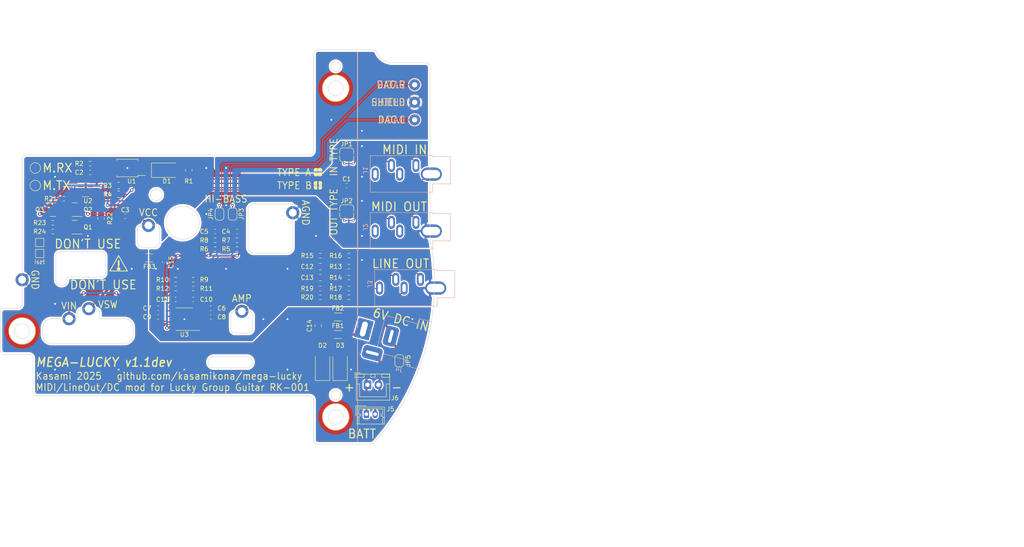
<source format=kicad_pcb>
(kicad_pcb (version 20221018) (generator pcbnew)
  (title_block (title "MEGA-LUCKY") (rev "v1.1dev"))
  (layers (0 "F.Cu" signal) (31 "B.Cu" signal) (34 "B.Paste" user) (35 "F.Paste" user) (36 "B.SilkS" user "B.Silkscreen") (37 "F.SilkS" user "F.Silkscreen") (38 "B.Mask" user) (39 "F.Mask" user) (44 "Edge.Cuts" user))
  (property "VAR_AUTHOR" "Kasami 2025")
  (property "VAR_DESC" "MIDI/LineOut/DC mod for Lucky Group Guitar RK-001")
  (property "VAR_URL" "github.com/kasamikona/mega-lucky")
  (net 0 "")
  (net 1 "GND")
  (net 6 "/LINE_R")
  (net 7 "/LINE_L")
  (net 8 "/DAC_L")
  (net 9 "Net-(JP3-B)")
  (net 10 "Net-(JP4-B)")
  (net 11 "Net-(C12-Pad2)")
  (net 12 "Net-(C6-Pad2)")
  (net 13 "Net-(C13-Pad2)")
  (net 14 "Net-(C7-Pad2)")
  (net 15 "Net-(U3A-+)")
  (net 16 "GNDA")
  (net 17 "Net-(U3B-+)")
  (net 18 "Net-(R17-Pad2)")
  (net 19 "Net-(C1-Pad1)")
  (net 20 "/MIN_SINK")
  (net 21 "+6V")
  (net 22 "+BATT")
  (net 23 "/MIDI_RX")
  (net 24 "/MIDI_TX")
  (net 25 "/DAC_R")
  (net 26 "/MIN_SRC")
  (net 27 "/MOUT_SINK")
  (net 28 "/MOUT_SRC")
  (net 29 "Net-(R2-Pad1)")
  (net 30 "Net-(R4-Pad1)")
  (net 31 "Net-(U3A--)")
  (net 32 "Net-(U3B--)")
  (net 34 "-BATT")
  (net 35 "/+6VD")
  (net 36 "/+6VFB")
  (net 37 "/MIN_T")
  (net 38 "/MIN_R")
  (net 39 "/MOUT_T")
  (net 40 "/MOUT_R")
  (net 41 "/MIN_SD")
  (net 42 "+VSW")
  (net 43 "Net-(Q1-B)")
  (net 44 "Net-(Q3-B)")
  (net 45 "Net-(Q3-C)")
  (net 46 "+3.3VA")
  (net 47 "/GNDFB")
  (net 48 "+3.3V")
  (net 49 "/AMP_R")
  (net 50 "/AMP_L")
  (net 51 "/AMP")
  (footprint "Capacitor_SMD:C_0603_1608Metric" (layer "F.Cu") (at 67.5 66.5)
    (fp_text reference "C5")
    (fp_text value "100n")
  )
  (footprint "project-parts:Castellated-Pad_Custom" (layer "F.Cu") (at 73.6 84.7)
    (fp_text reference "J7" hide)
    (fp_text value "AMP")
  )
  (footprint "project-parts:Castellated-Pad_Custom" (layer "F.Cu") (at 85.2 62.2 -90)
    (fp_text reference "J8" hide)
    (fp_text value "GNDA")
  )
  (footprint "Diode_SMD:D_SMA" (layer "F.Cu") (at 56.5 52.5)
    (fp_text reference "D1")
    (fp_text value "1N5822")
  )
  (footprint "Inductor_SMD:L_1206_3216Metric_Pad1.22x1.90mm_HandSolder" (layer "F.Cu") (at 95.5 90 180)
    (fp_text reference "FB1")
    (fp_text value "Ferrite")
  )
  (footprint "Capacitor_SMD:C_0805_2012Metric" (layer "F.Cu") (at 91.5 74.5)
    (fp_text reference "C12")
    (fp_text value "10u")
  )
  (footprint "Resistor_SMD:R_0603_1608Metric" (layer "F.Cu") (at 98 74.5)
    (fp_text reference "R13")
    (fp_text value "220R")
  )
  (footprint "Resistor_SMD:R_0603_1608Metric" (layer "F.Cu") (at 67.5 68.5 180)
    (fp_text reference "R8")
    (fp_text value "22K")
  )
  (footprint "Resistor_SMD:R_0603_1608Metric" (layer "F.Cu") (at 98 77)
    (fp_text reference "R14")
    (fp_text value "220R")
  )
  (footprint "Package_SO:SO-8_3.9x4.9mm_P1.27mm" (layer "F.Cu") (at 60.5 86.5 180)
    (fp_text reference "U3")
    (fp_text value "TLV2372")
  )
  (footprint "Package_TO_SOT_SMD:SOT-23" (layer "F.Cu") (at 30.5 61.5)
    (fp_text reference "Q3")
    (fp_text value "MMBT3906")
  )
  (footprint "Resistor_SMD:R_0603_1608Metric" (layer "F.Cu") (at 58.5 77.5 180)
    (fp_text reference "R10")
    (fp_text value "22K")
  )
  (footprint "Package_SO:SO-6_4.4x3.6mm_P1.27mm" (layer "F.Cu") (at 47.5 52 180)
    (fp_text reference "U1")
    (fp_text value "TLP2366")
  )
  (footprint "Resistor_SMD:R_0603_1608Metric" (layer "F.Cu") (at 58.5 79.5)
    (fp_text reference "R12")
    (fp_text value "10K")
  )
  (footprint "Resistor_SMD:R_0603_1608Metric" (layer "F.Cu") (at 98 81.5 180)
    (fp_text reference "R18")
    (fp_text value "22K")
  )
  (footprint "project-parts:SolderJumper_Cross" (layer "F.Cu") (at 97.5 62)
    (fp_text reference "JP2")
    (fp_text value "XMO")
  )
  (footprint "Capacitor_SMD:C_0603_1608Metric" (layer "F.Cu") (at 54.5 86)
    (fp_text reference "C9")
    (fp_text value "330p")
  )
  (footprint "Capacitor_SMD:C_0603_1608Metric" (layer "F.Cu") (at 47 63)
    (fp_text reference "C3")
    (fp_text value "100n")
  )
  (footprint "Capacitor_SMD:C_0805_2012Metric" (layer "F.Cu") (at 91 88 90)
    (fp_text reference "C14")
    (fp_text value "1u")
  )
  (footprint "Resistor_SMD:R_0805_2012Metric" (layer "F.Cu") (at 45.5 56)
    (fp_text reference "R3")
    (fp_text value "33R")
  )
  (footprint "Package_TO_SOT_SMD:SOT-23" (layer "F.Cu") (at 35.5 61.5 180)
    (fp_text reference "Q2")
    (fp_text value "MMBT3904")
  )
  (footprint "Diode_SMD:D_SMA" (layer "F.Cu") (at 92 97 90)
    (fp_text reference "D2")
    (fp_text value "1N5822")
  )
  (footprint "project-parts:Castellated-Pad_Custom" (layer "F.Cu") (at 52.3 65.1)
    (fp_text reference "J11" hide)
    (fp_text value "VCC")
  )
  (footprint "Capacitor_SMD:C_0603_1608Metric" (layer "F.Cu") (at 39 53 180)
    (fp_text reference "C2")
    (fp_text value "100n")
  )
  (footprint "Package_TO_SOT_SMD:SOT-23" (layer "F.Cu") (at 35.5 65.5 180)
    (fp_text reference "Q1")
    (fp_text value "MMBT3904")
  )
  (footprint "Resistor_SMD:R_0603_1608Metric" (layer "F.Cu") (at 33 59 180)
    (fp_text reference "R21")
    (fp_text value "10K")
  )
  (footprint "Capacitor_SMD:C_0603_1608Metric" (layer "F.Cu") (at 54.5 84)
    (fp_text reference "C7")
    (fp_text value "330p")
  )
  (footprint "Resistor_SMD:R_0805_2012Metric" (layer "F.Cu") (at 61.5 52.5 -90)
    (fp_text reference "R1")
    (fp_text value "220R")
  )
  (footprint "Capacitor_SMD:C_0603_1608Metric" (layer "F.Cu") (at 72.5 66.5 180)
    (fp_text reference "C4")
    (fp_text value "100n")
  )
  (footprint "Capacitor_SMD:C_0603_1608Metric" (layer "F.Cu") (at 62.5 82 180)
    (fp_text reference "C10")
    (fp_text value "330p")
  )
  (footprint "Resistor_SMD:R_0603_1608Metric" (layer "F.Cu") (at 62.5 77.5)
    (fp_text reference "R9")
    (fp_text value "22K")
  )
  (footprint "TestPoint:TestPoint_Pad_1.5x1.5mm" (layer "F.Cu") (at 27.5 71.5)
    (fp_text reference "TP2" hide)
    (fp_text value "Iset")
  )
  (footprint "Capacitor_SMD:C_0805_2012Metric" (layer "F.Cu") (at 91.5 77)
    (fp_text reference "C13")
    (fp_text value "10u")
  )
  (footprint "Resistor_SMD:R_0603_1608Metric" (layer "F.Cu") (at 98 79.5 180)
    (fp_text reference "R17")
    (fp_text value "22K")
  )
  (footprint "Resistor_SMD:R_0603_1608Metric" (layer "F.Cu") (at 91.5 72 180)
    (fp_text reference "R15")
    (fp_text value "22K")
  )
  (footprint "Resistor_SMD:R_0603_1608Metric" (layer "F.Cu") (at 67.5 70.5)
    (fp_text reference "R6")
    (fp_text value "22K")
  )
  (footprint "TestPoint:TestPoint_Pad_D2.0mm" (layer "F.Cu") (at 26.5 56 90)
    (fp_text reference "J13" hide)
    (fp_text value "MTX")
  )
  (footprint "Resistor_SMD:R_0603_1608Metric" (layer "F.Cu") (at 98 72)
    (fp_text reference "R16")
    (fp_text value "22K")
  )
  (footprint "Resistor_SMD:R_0805_2012Metric" (layer "F.Cu") (at 45.5 58)
    (fp_text reference "R4")
    (fp_text value "33R")
  )
  (footprint "Resistor_SMD:R_0603_1608Metric" (layer "F.Cu") (at 62.5 79.5 180)
    (fp_text reference "R11")
    (fp_text value "10K")
  )
  (footprint "Resistor_SMD:R_0805_2012Metric" (layer "F.Cu") (at 41.5 63.5 90)
    (fp_text reference "R22")
    (fp_text value "220R")
  )
  (footprint "Capacitor_SMD:C_0603_1608Metric" (layer "F.Cu") (at 56 73.5 -90)
    (fp_text reference "C15")
    (fp_text value "100n")
  )
  (footprint "Package_TO_SOT_SMD:SOT-23-5" (layer "F.Cu") (at 38 57)
    (fp_text reference "U2")
    (fp_text value "74LVC1G08")
  )
  (footprint "project-parts:Castellated-Pad_Custom" (layer "F.Cu") (at 23.5 77.5 -90)
    (fp_text reference "J9" hide)
    (fp_text value "GND")
  )
  (footprint "Capacitor_SMD:C_0603_1608Metric" (layer "F.Cu") (at 58.5 82)
    (fp_text reference "C11")
    (fp_text value "330p")
  )
  (footprint "project-parts:Castellated-Pad_Custom" (layer "F.Cu") (at 38.700001 84.1)
    (fp_text reference "J17" hide)
    (fp_text value "VSW")
  )
  (footprint "Connector_JST:JST_XH_B2B-XH-A_1x02_P2.50mm_Vertical" (layer "F.Cu") (at 102.25 101.475)
    (fp_text reference "J6")
    (fp_text value "BAT2")
  )
  (footprint "Capacitor_SMD:C_0603_1608Metric" (layer "F.Cu") (at 66.5 84 180)
    (fp_text reference "C6")
    (fp_text value "330p")
  )
  (footprint "project-parts:Castellated-Pad_Custom" (layer "F.Cu") (at 34.2 86.4)
    (fp_text reference "J10" hide)
    (fp_text value "VIN")
  )
  (footprint "Inductor_SMD:L_1206_3216Metric_Pad1.22x1.90mm_HandSolder" (layer "F.Cu") (at 95.5 86 180)
    (fp_text reference "FB2")
    (fp_text value "Ferrite")
  )
  (footprint "Connector_Molex:Molex_Micro-Latch_53253-0270_1x02_P2.00mm_Vertical" (layer "F.Cu") (at 102 108.175)
    (fp_text reference "J5")
    (fp_text value "BAT1")
  )
  (footprint "Resistor_SMD:R_0603_1608Metric" (layer "F.Cu") (at 91.5 79.5 180)
    (fp_text reference "R19")
    (fp_text value "22K")
  )
  (footprint "Resistor_SMD:R_0603_1608Metric" (layer "F.Cu") (at 30.5 66.5)
    (fp_text reference "R24")
    (fp_text value "1K")
  )
  (footprint "project-parts:SolderJumper_Custom" (layer "F.Cu") (at 109.5 96 -90)
    (fp_text reference "JP5")
    (fp_text value "BGND")
  )
  (footprint "Resistor_SMD:R_0603_1608Metric" (layer "F.Cu") (at 72.5 68.5)
    (fp_text reference "R7")
    (fp_text value "22K")
  )
  (footprint "project-parts:SolderJumper_Cross" (layer "F.Cu") (at 97.5 49)
    (fp_text reference "JP1")
    (fp_text value "XMI")
  )
  (footprint "Resistor_SMD:R_0603_1608Metric" (layer "F.Cu") (at 91.5 81.5 180)
    (fp_text reference "R20")
    (fp_text value "22K")
  )
  (footprint "Capacitor_SMD:C_0603_1608Metric" (layer "F.Cu") (at 97.5 56 180)
    (fp_text reference "C1")
    (fp_text value "100n")
  )
  (footprint "TestPoint:TestPoint_Pad_D2.0mm" (layer "F.Cu") (at 26.5 52 90)
    (fp_text reference "J12" hide)
    (fp_text value "MRX")
  )
  (footprint "Inductor_SMD:L_1206_3216Metric_Pad1.22x1.90mm_HandSolder" (layer "F.Cu") (at 52.5 72.5)
    (fp_text reference "FB3")
    (fp_text value "Ferrite")
  )
  (footprint "Resistor_SMD:R_0603_1608Metric" (layer "F.Cu") (at 72.5 70.5 180)
    (fp_text reference "R5")
    (fp_text value "22K")
  )
  (footprint "project-parts:SolderJumper_Custom" (layer "F.Cu") (at 68.5 62.5 -90)
    (fp_text reference "JP4")
    (fp_text value "HIBASS_R")
  )
  (footprint "project-parts:SolderJumper_Custom" (layer "F.Cu") (at 71.5 62.5 -90)
    (fp_text reference "JP3")
    (fp_text value "HIBASS_L")
  )
  (footprint "TestPoint:TestPoint_Pad_1.5x1.5mm" (layer "F.Cu") (at 27.5 69)
    (fp_text reference "TP1" hide)
    (fp_text value "Iset")
  )
  (footprint "Resistor_SMD:R_0603_1608Metric" (layer "F.Cu") (at 30.5 64.5)
    (fp_text reference "R23")
    (fp_text value "1K")
  )
  (footprint "Resistor_SMD:R_0603_1608Metric" (layer "F.Cu") (at 39 51 180)
    (fp_text reference "R2")
    (fp_text value "220R")
  )
  (footprint "Diode_SMD:D_SMA" (layer "F.Cu") (at 96 97 90)
    (fp_text reference "D3")
    (fp_text value "1N5822")
  )
  (footprint "Capacitor_SMD:C_0603_1608Metric" (layer "F.Cu") (at 66.5 86 180)
    (fp_text reference "C8")
    (fp_text value "330p")
  )
  (footprint "project-parts:PJ-066A" (layer "B.Cu") (at 115.4 92.5 -105)
    (fp_text reference "J4")
    (fp_text value "PJ-066A")
  )
  (footprint "TestPoint:TestPoint_THTPad_D2.5mm_Drill1.2mm" (layer "B.Cu") (at 113 33 90)
    (fp_text reference "J15" hide)
    (fp_text value "DACR")
  )
  (footprint "TestPoint:TestPoint_THTPad_D2.5mm_Drill1.2mm" (layer "B.Cu") (at 113 37 90)
    (fp_text reference "J16" hide)
    (fp_text value "DACG")
  )
  (footprint "project-parts:PJ-325_Castellated-Edge" (layer "B.Cu") (at 122 78.5 -90)
    (fp_text reference "J3")
    (fp_text value "PJ-325")
  )
  (footprint "TestPoint:TestPoint_THTPad_D2.5mm_Drill1.2mm" (layer "B.Cu") (at 113 41 90)
    (fp_text reference "J14" hide)
    (fp_text value "DACL")
  )
  (footprint "project-parts:PJ-325_Castellated-Edge" (layer "B.Cu") (at 121 52.5 -90)
    (fp_text reference "J1")
    (fp_text value "PJ-325")
  )
  (footprint "project-parts:PJ-325_Castellated-Edge" (layer "B.Cu") (at 121 65.5 -90)
    (fp_text reference "J2")
    (fp_text value "PJ-325")
  )
  (gr_line (start 100 91) (end 100 114.5) (stroke (width 0.15)) (layer "B.SilkS"))
  (gr_line (start 100 25.5) (end 100 88.5) (stroke (width 0.15)) (layer "B.SilkS"))
  (gr_poly (pts (xy 91.1 55.8) (xy 91.9 55.8) (xy 91.9 55.3) (xy 91.8 55.1) (xy 91.6 55) (xy 91.1 55)) (fill solid) (layer "F.SilkS"))
  (gr_poly (pts (xy 91.1 55.8) (xy 91.2 55.9) (xy 91.2 56) (xy 91.1 56.1) (xy 91.9 56.1) (xy 91.8 56) (xy 91.8 55.9) (xy 91.9 55.8)) (fill solid) (layer "F.SilkS"))
  (gr_circle (center 45.5 75) (end 45.500001 75) (stroke (width 0.4)) (fill none) (layer "F.SilkS"))
  (gr_line (start 100 91.5) (end 100 98) (stroke (width 0.15)) (layer "F.SilkS"))
  (gr_line (start 45.5 73.2) (end 45.5 74.3) (stroke (width 0.4)) (layer "F.SilkS"))
  (gr_poly (pts (xy 91.1 56.1) (xy 91.1 56.9) (xy 91.6 56.9) (xy 91.8 56.8) (xy 91.9 56.6) (xy 91.9 56.1)) (fill solid) (layer "F.SilkS"))
  (gr_poly (pts (xy 90.8 56.1) (xy 90 56.1) (xy 90 56.6) (xy 90.1 56.8) (xy 90.3 56.9) (xy 90.8 56.9)) (fill solid) (layer "F.SilkS"))
  (gr_line (start 100 25.5) (end 100 85.5) (stroke (width 0.15)) (layer "F.SilkS"))
  (gr_circle (center 95 33.8) (end 98 33.8) (stroke (width 0.15)) (fill none) (layer "F.SilkS"))
  (gr_poly (pts (xy 90.8 53.1) (xy 90 53.1) (xy 90 53.6) (xy 90.1 53.8) (xy 90.3 53.9) (xy 90.8 53.9)) (fill solid) (layer "F.SilkS"))
  (gr_poly (pts (xy 90.8 53.9) (xy 90.9 53.8) (xy 91 53.8) (xy 91.1 53.9) (xy 91.1 53.1) (xy 91 53.2) (xy 90.9 53.2) (xy 90.8 53.1)) (fill solid) (layer "F.SilkS"))
  (gr_poly (pts (xy 90.8 55.8) (xy 90.8 55) (xy 90.3 55) (xy 90.1 55.1) (xy 90 55.3) (xy 90 55.8)) (fill solid) (layer "F.SilkS"))
  (gr_line (start 43.5 75.5) (end 47.5 75.5) (stroke (width 0.2)) (layer "F.SilkS"))
  (gr_circle (center 23.5 89.2) (end 26.5 89.2) (stroke (width 0.15)) (fill none) (layer "F.SilkS"))
  (gr_line (start 45.5 72) (end 43.5 75.5) (stroke (width 0.2)) (layer "F.SilkS"))
  (gr_poly (pts (xy 90 55.8) (xy 90.1 55.9) (xy 90.1 56) (xy 90 56.1) (xy 90.8 56.1) (xy 90.7 56) (xy 90.7 55.9) (xy 90.8 55.8)) (fill solid) (layer "F.SilkS"))
  (gr_poly (pts (xy 90.8 52.8) (xy 90.9 52.7) (xy 91 52.7) (xy 91.1 52.8) (xy 91.1 52) (xy 91 52.1) (xy 90.9 52.1) (xy 90.8 52)) (fill solid) (layer "F.SilkS"))
  (gr_circle (center 95 108.8) (end 98 108.8) (stroke (width 0.15)) (fill none) (layer "F.SilkS"))
  (gr_line (start 47.5 75.5) (end 45.5 72) (stroke (width 0.2)) (layer "F.SilkS"))
  (gr_poly (pts (xy 90.8 52.8) (xy 90.8 52) (xy 90.3 52) (xy 90.1 52.1) (xy 90 52.3) (xy 90 52.8)) (fill solid) (layer "F.SilkS"))
  (gr_poly (pts (xy 91.1 53.1) (xy 91.1 53.9) (xy 91.6 53.9) (xy 91.8 53.8) (xy 91.9 53.6) (xy 91.9 53.1)) (fill solid) (layer "F.SilkS"))
  (gr_poly (pts (xy 91.1 52.8) (xy 91.9 52.8) (xy 91.9 52.3) (xy 91.8 52.1) (xy 91.6 52) (xy 91.1 52)) (fill solid) (layer "F.SilkS"))
  (gr_circle (center 95 103.8) (end 96.1 103.8) (stroke (width 0.1)) (fill none) (layer "Edge.Cuts"))
  (gr_line (start 40.2 84.1) (end 37.2 84.1) (stroke (width 0.1)) (layer "Edge.Cuts"))
  (gr_arc (start 33.8 77.5) (mid 32.5 78.8) (end 31.2 77.5) (stroke (width 0.1)) (layer "Edge.Cuts"))
  (gr_line (start 42.499998 75.899999) (end 42.5 72.1) (stroke (width 0.1)) (layer "Edge.Cuts"))
  (gr_line (start 71.1 85.7) (end 71.1 88.7) (stroke (width 0.1)) (layer "Edge.Cuts"))
  (gr_arc (start 28.2 88.4) (mid 28.785786 86.985786) (end 30.2 86.4) (stroke (width 0.1)) (layer "Edge.Cuts"))
  (gr_arc (start 18.5 85.000002) (mid 18.792893 84.292894) (end 19.5 84.000002) (stroke (width 0.1)) (layer "Edge.Cuts"))
  (gr_circle (center 95 28.8) (end 96.1 28.8) (stroke (width 0.1)) (fill none) (layer "Edge.Cuts"))
  (gr_arc (start 75.000001 61.499999) (mid 75.380762 60.580762) (end 76.3 60.2) (stroke (width 0.1)) (layer "Edge.Cuts"))
  (gr_line (start 25 94.5) (end 19.5 94.5) (stroke (width 0.1)) (layer "Edge.Cuts"))
  (gr_line (start 116.5 29.000001) (end 116.500001 68.1) (stroke (width 0.1)) (layer "Edge.Cuts"))
  (gr_arc (start 23.5 83) (mid 23.207107 83.707107) (end 22.5 84) (stroke (width 0.1)) (layer "Edge.Cuts"))
  (gr_line (start 33.8 76.9) (end 33.8 77.5) (stroke (width 0.1)) (layer "Edge.Cuts"))
  (gr_arc (start 90 26.000001) (mid 90.292893 25.292894) (end 91 25.000001) (stroke (width 0.1)) (layer "Edge.Cuts"))
  (gr_line (start 83.9 71.4) (end 76.3 71.399998) (stroke (width 0.1)) (layer "Edge.Cuts"))
  (gr_arc (start 42.499998 75.899999) (mid 42.207105 76.607106) (end 41.499998 76.899999) (stroke (width 0.1)) (layer "Edge.Cuts"))
  (gr_circle (center 95 33.8) (end 96.7 33.8) (stroke (width 0.1)) (fill none) (layer "Edge.Cuts"))
  (gr_arc (start 76.1 88.699999) (mid 75.807107 89.407106) (end 75.1 89.699999) (stroke (width 0.1)) (layer "Edge.Cuts"))
  (gr_arc (start 72.1 89.7) (mid 71.392893 89.407107) (end 71.1 88.7) (stroke (width 0.1)) (layer "Edge.Cuts"))
  (gr_arc (start 108 28) (mid 105.828645 27.362972) (end 104.35 25.65) (stroke (width 0.1)) (layer "Edge.Cuts"))
  (gr_arc (start 84.7 60.2) (mid 85.053553 60.346447) (end 85.2 60.7) (stroke (width 0.1)) (layer "Edge.Cuts"))
  (gr_circle (center 54.1 58.1) (end 55.4 58.1) (stroke (width 0.1)) (fill none) (layer "Edge.Cuts"))
  (gr_arc (start 103.8 114.65) (mid 103.462915 114.906244) (end 103.05 115) (stroke (width 0.1)) (layer "Edge.Cuts"))
  (gr_line (start 75.1 84.699999) (end 72.1 84.7) (stroke (width 0.1)) (layer "Edge.Cuts"))
  (gr_arc (start 40.200001 84.1) (mid 40.907107 84.392894) (end 41.200001 85.1) (stroke (width 0.1)) (layer "Edge.Cuts"))
  (gr_line (start 41.499998 76.899999) (end 33.8 76.9) (stroke (width 0.1)) (layer "Edge.Cuts"))
  (gr_line (start 67.2 97.6) (end 74.8 97.6) (stroke (width 0.1)) (layer "Edge.Cuts"))
  (gr_arc (start 31.2 72.1) (mid 31.492893 71.392893) (end 32.2 71.1) (stroke (width 0.1)) (layer "Edge.Cuts"))
  (gr_line (start 28.2 88.4) (end 28.2 90) (stroke (width 0.1)) (layer "Edge.Cuts"))
  (gr_arc (start 74.8 95) (mid 76.1 96.3) (end 74.8 97.6) (stroke (width 0.1)) (layer "Edge.Cuts"))
  (gr_line (start 76.1 88.699999) (end 76.1 85.699999) (stroke (width 0.1)) (layer "Edge.Cuts"))
  (gr_arc (start 91.000001 115) (mid 90.292894 114.707107) (end 90.000001 114) (stroke (width 0.1)) (layer "Edge.Cuts"))
  (gr_arc (start 41.5 71.1) (mid 42.207107 71.392893) (end 42.5 72.1) (stroke (width 0.1)) (layer "Edge.Cuts"))
  (gr_arc (start 76.3 71.399998) (mid 75.380763 71.019237) (end 75 70.1) (stroke (width 0.1)) (layer "Edge.Cuts"))
  (gr_line (start 49.8 66.1) (end 49.8 69.1) (stroke (width 0.1)) (layer "Edge.Cuts"))
  (gr_arc (start 75.1 84.699999) (mid 75.807107 84.992892) (end 76.1 85.699999) (stroke (width 0.1)) (layer "Edge.Cuts"))
  (gr_line (start 50.8 70.1) (end 53.8 70.1) (stroke (width 0.1)) (layer "Edge.Cuts"))
  (gr_arc (start 50.8 70.1) (mid 50.092893 69.807107) (end 49.8 69.1) (stroke (width 0.1)) (layer "Edge.Cuts"))
  (gr_line (start 19.5 84.000002) (end 22.5 84) (stroke (width 0.1)) (layer "Edge.Cuts"))
  (gr_line (start 23.5 83) (end 23.5 50.000001) (stroke (width 0.1)) (layer "Edge.Cuts"))
  (gr_line (start 90.000001 114) (end 90 105.000001) (stroke (width 0.1)) (layer "Edge.Cuts"))
  (gr_arc (start 67.2 97.6) (mid 65.9 96.3) (end 67.2 95) (stroke (width 0.1)) (layer "Edge.Cuts"))
  (gr_line (start 32.2 71.1) (end 41.5 71.1) (stroke (width 0.1)) (layer "Edge.Cuts"))
  (gr_arc (start 53.8 65.1) (mid 54.507107 65.392893) (end 54.8 66.1) (stroke (width 0.1)) (layer "Edge.Cuts"))
  (gr_line (start 30.2 86.4) (end 36.200001 86.4) (stroke (width 0.1)) (layer "Edge.Cuts"))
  (gr_arc (start 23.5 50.000001) (mid 23.792893 49.292894) (end 24.5 49.000001) (stroke (width 0.1)) (layer "Edge.Cuts"))
  (gr_circle (center 23.5 89.2) (end 25.2 89.2) (stroke (width 0.1)) (fill none) (layer "Edge.Cuts"))
  (gr_arc (start 85.2 70.1) (mid 84.819239 71.019239) (end 83.9 71.4) (stroke (width 0.1)) (layer "Edge.Cuts"))
  (gr_line (start 75 70.1) (end 75.000001 61.499999) (stroke (width 0.1)) (layer "Edge.Cuts"))
  (gr_line (start 30.2 92) (end 46.8 92) (stroke (width 0.1)) (layer "Edge.Cuts"))
  (gr_line (start 72.1 89.7) (end 75.1 89.699999) (stroke (width 0.1)) (layer "Edge.Cuts"))
  (gr_line (start 48.8 90) (end 48.8 88.4) (stroke (width 0.1)) (layer "Edge.Cuts"))
  (gr_line (start 85.2 70.1) (end 85.2 60.7) (stroke (width 0.1)) (layer "Edge.Cuts"))
  (gr_arc (start 116.5 68.1) (mid 115.587677 92.858534) (end 103.8 114.65) (stroke (width 0.1)) (layer "Edge.Cuts"))
  (gr_circle (center 60.1 64.5) (end 63.9 64.5) (stroke (width 0.1)) (fill none) (layer "Edge.Cuts"))
  (gr_line (start 27.000001 104) (end 89 104.000001) (stroke (width 0.1)) (layer "Edge.Cuts"))
  (gr_line (start 100 115) (end 91.000001 115) (stroke (width 0.1)) (layer "Edge.Cuts"))
  (gr_line (start 90 48) (end 90 26.000001) (stroke (width 0.1)) (layer "Edge.Cuts"))
  (gr_arc (start 30.2 92) (mid 28.785786 91.414214) (end 28.2 90) (stroke (width 0.1)) (layer "Edge.Cuts"))
  (gr_line (start 91 25.000001) (end 100 25) (stroke (width 0.1)) (layer "Edge.Cuts"))
  (gr_line (start 31.2 77.5) (end 31.2 72.1) (stroke (width 0.1)) (layer "Edge.Cuts"))
  (gr_line (start 108 28) (end 115.5 28.000001) (stroke (width 0.1)) (layer "Edge.Cuts"))
  (gr_arc (start 90 48) (mid 89.707107 48.707107) (end 89 49) (stroke (width 0.1)) (layer "Edge.Cuts"))
  (gr_line (start 53.8 65.1) (end 50.8 65.1) (stroke (width 0.1)) (layer "Edge.Cuts"))
  (gr_arc (start 19.5 94.5) (mid 18.792893 94.207107) (end 18.5 93.5) (stroke (width 0.1)) (layer "Edge.Cuts"))
  (gr_line (start 100 25) (end 103.4 25) (stroke (width 0.1)) (layer "Edge.Cuts"))
  (gr_arc (start 115.5 28.000001) (mid 116.207106 28.292894) (end 116.5 29.000001) (stroke (width 0.1)) (layer "Edge.Cuts"))
  (gr_arc (start 25 94.5) (mid 25.707107 94.792893) (end 26 95.5) (stroke (width 0.1)) (layer "Edge.Cuts"))
  (gr_arc (start 54.8 69.1) (mid 54.507107 69.807107) (end 53.8 70.1) (stroke (width 0.1)) (layer "Edge.Cuts"))
  (gr_arc (start 49.8 66.1) (mid 50.092893 65.392893) (end 50.8 65.1) (stroke (width 0.1)) (layer "Edge.Cuts"))
  (gr_line (start 26.000001 103) (end 26 95.5) (stroke (width 0.1)) (layer "Edge.Cuts"))
  (gr_line (start 18.5 85.000002) (end 18.5 93.5) (stroke (width 0.1)) (layer "Edge.Cuts"))
  (gr_arc (start 27.000001 104) (mid 26.292894 103.707107) (end 26.000001 103) (stroke (width 0.1)) (layer "Edge.Cuts"))
  (gr_arc (start 103.4 25) (mid 103.977926 25.174561) (end 104.35 25.65) (stroke (width 0.1)) (layer "Edge.Cuts"))
  (gr_line (start 36.2 85.1) (end 36.200001 86.4) (stroke (width 0.1)) (layer "Edge.Cuts"))
  (gr_arc (start 71.1 85.7) (mid 71.392893 84.992893) (end 72.1 84.7) (stroke (width 0.1)) (layer "Edge.Cuts"))
  (gr_arc (start 46.8 86.4) (mid 48.214214 86.985786) (end 48.8 88.4) (stroke (width 0.1)) (layer "Edge.Cuts"))
  (gr_arc (start 89 104.000001) (mid 89.707106 104.292894) (end 90 105.000001) (stroke (width 0.1)) (layer "Edge.Cuts"))
  (gr_line (start 76.3 60.2) (end 84.7 60.2) (stroke (width 0.1)) (layer "Edge.Cuts"))
  (gr_line (start 100 115) (end 103.05 114.999999) (stroke (width 0.1)) (layer "Edge.Cuts"))
  (gr_line (start 46.8 86.4) (end 41.2 86.400001) (stroke (width 0.1)) (layer "Edge.Cuts"))
  (gr_arc (start 36.2 85.1) (mid 36.492893 84.392893) (end 37.2 84.1) (stroke (width 0.1)) (layer "Edge.Cuts"))
  (gr_line (start 24.5 49.000001) (end 89 49) (stroke (width 0.1)) (layer "Edge.Cuts"))
  (gr_line (start 67.2 95) (end 74.8 95) (stroke (width 0.1)) (layer "Edge.Cuts"))
  (gr_line (start 41.2 86.400001) (end 41.200001 85.1) (stroke (width 0.1)) (layer "Edge.Cuts"))
  (gr_circle (center 95 108.8) (end 96.7 108.8) (stroke (width 0.1)) (fill none) (layer "Edge.Cuts"))
  (gr_line (start 54.8 66.1) (end 54.8 69.1) (stroke (width 0.1)) (layer "Edge.Cuts"))
  (gr_arc (start 48.8 90) (mid 48.214214 91.414214) (end 46.8 92) (stroke (width 0.1)) (layer "Edge.Cuts"))
  (gr_text "DAC.R" (at 111 33) (layer "B.SilkS") (effects (font (size 1.6 1.5) (thickness 0.2)) (justify left mirror)))
  (gr_text "DAC.L" (at 111 41) (layer "B.SilkS") (effects (font (size 1.6 1.5) (thickness 0.2)) (justify left mirror)))
  (gr_text "SHIELD" (at 111 37) (layer "B.SilkS") (effects (font (size 1.6 1.5) (thickness 0.2)) (justify left mirror)))
  (gr_text "M.TX" (at 28 56) (layer "F.SilkS") (effects (font (size 2 1.9) (thickness 0.25)) (justify left)))
  (gr_text "OUT TYPE" (at 95.5 62 90) (layer "F.SilkS") (effects (font (size 1.6 1.5) (thickness 0.2)) (justify bottom)))
  (gr_text "${TITLE} ${REVISION}" (at 26.5 97.5) (layer "F.SilkS") (effects (font (size 2 1.9) (thickness 0.3) italic) (justify left bottom)))
  (gr_text "LINE OUT" (at 116.5 75) (layer "F.SilkS") (effects (font (size 2 1.9) (thickness 0.25)) (justify right bottom)))
  (gr_text "VSW" (at 40.7 84.1) (layer "F.SilkS") (effects (font (size 1.6 1.5) (thickness 0.2)) (justify left bottom)))
  (gr_text "VIN" (at 34.2 84.4) (layer "F.SilkS") (effects (font (size 1.6 1.5) (thickness 0.2)) (justify bottom)))
  (gr_text "IN TYPE" (at 95.5 49.5 90) (layer "F.SilkS") (effects (font (size 1.6 1.5) (thickness 0.2)) (justify bottom)))
  (gr_text "+" (at 99.5 102) (layer "F.SilkS") (effects (font (size 2 2) (thickness 0.25)) (justify right)))
  (gr_text "MIDI OUT" (at 116 62) (layer "F.SilkS") (effects (font (size 2 1.9) (thickness 0.25)) (justify right bottom)))
  (gr_text "VCC" (at 52.3 63.1) (layer "F.SilkS") (effects (font (size 1.6 1.5) (thickness 0.2)) (justify bottom)))
  (gr_text "AMP" (at 73.6 82.7) (layer "F.SilkS") (effects (font (size 1.6 1.5) (thickness 0.2)) (justify bottom)))
  (gr_text "Iset" (at 27.5 74) (layer "F.SilkS") (effects (font (size 1 0.9) (thickness 0.125)) (justify bottom)))
  (gr_text "TYPE A" (at 81.5 53) (layer "F.SilkS") (effects (font (size 1.6 1.5) (thickness 0.2)) (justify left)))
  (gr_text "AGND" (at 87.2 62.2 270) (layer "F.SilkS") (effects (font (size 1.6 1.5) (thickness 0.2)) (justify bottom)))
  (gr_text "6V DC IN" (at 116 89.5 345) (layer "F.SilkS") (effects (font (size 2 1.9) (thickness 0.25)) (justify right bottom)))
  (gr_text "${VAR_AUTHOR}   ${VAR_URL}\n${VAR_DESC}" (at 26.5 103) (layer "F.SilkS") (effects (font (size 1.6 1.5) (thickness 0.2)) (justify left bottom)))
  (gr_text "SHIELD" (at 111 37) (layer "F.SilkS") (effects (font (size 1.6 1.5) (thickness 0.2)) (justify right)))
  (gr_text "BATT" (at 101 111.5) (layer "F.SilkS") (effects (font (size 2 1.9) (thickness 0.25)) (justify top)))
  (gr_text "M.RX" (at 28 52) (layer "F.SilkS") (effects (font (size 2 1.9) (thickness 0.25)) (justify left)))
  (gr_text "DON'T USE" (at 42 77.5) (layer "F.SilkS") (effects (font (size 2 1.9) (thickness 0.25)) (justify top)))
  (gr_text "-" (at 107.5 102) (layer "F.SilkS") (effects (font (size 2 2) (thickness 0.25)) (justify left)))
  (gr_text "DAC.R" (at 111 33) (layer "F.SilkS") (effects (font (size 1.6 1.5) (thickness 0.2)) (justify right)))
  (gr_text "DON'T USE" (at 38.5 70.5) (layer "F.SilkS") (effects (font (size 2 1.9) (thickness 0.25)) (justify bottom)))
  (gr_text "GND" (at 25.5 77.5 270) (layer "F.SilkS") (effects (font (size 1.6 1.5) (thickness 0.2)) (justify bottom)))
  (gr_text "DAC.L" (at 111 41) (layer "F.SilkS") (effects (font (size 1.6 1.5) (thickness 0.2)) (justify right)))
  (gr_text "MIDI IN" (at 116 49) (layer "F.SilkS") (effects (font (size 2 1.9) (thickness 0.25)) (justify right bottom)))
  (gr_text "HI-BASS" (at 70 60) (layer "F.SilkS") (effects (font (size 1.6 1.5) (thickness 0.2)) (justify bottom)))
  (gr_text "TYPE B" (at 81.5 56) (layer "F.SilkS") (effects (font (size 1.6 1.5) (thickness 0.2)) (justify left)))
  (segment (start 116.8 66.4) (end 115.5 67.7) (width 0.5) (layer "F.Cu") (net 1))
  (segment (start 116.8 66.4) (end 115.5 65.1) (width 0.5) (layer "F.Cu") (net 1))
  (segment (start 115.5 65.1) (end 115.5 64) (width 0.5) (layer "F.Cu") (net 1))
  (segment (start 115.5 67.7) (end 115.5 69) (width 0.5) (layer "F.Cu") (net 1))
  (via (at 45.5 98) (size 0.8) (drill 0.4) (layers "F.Cu" "B.Cu") (net 1))
  (via (at 84 98) (size 0.8) (drill 0.4) (layers "F.Cu" "B.Cu") (net 1))
  (via (at 47.5 52) (size 0.8) (drill 0.4) (layers "F.Cu" "B.Cu") (net 1))
  (via (at 101 59.5) (size 0.8) (drill 0.4) (layers "F.Cu" "B.Cu") (net 1))
  (via (at 38.5 67.5) (size 0.8) (drill 0.4) (layers "F.Cu" "B.Cu") (net 1))
  (via (at 31 54) (size 0.8) (drill 0.4) (layers "F.Cu" "B.Cu") (net 1))
  (via (at 31 83) (size 0.8) (drill 0.4) (layers "F.Cu" "B.Cu") (net 1))
  (via (at 65.5 52) (size 0.8) (drill 0.4) (layers "F.Cu" "B.Cu") (net 1))
  (via (at 101 47) (size 0.8) (drill 0.4) (layers "F.Cu" "B.Cu") (net 1))
  (via (at 101 54) (size 0.8) (drill 0.4) (layers "F.Cu" "B.Cu") (net 1))
  (via (at 60.5 98) (size 0.8) (drill 0.4) (layers "F.Cu" "B.Cu") (net 1))
  (via (at 31 98) (size 0.8) (drill 0.4) (layers "F.Cu" "B.Cu") (net 1))
  (via (at 112.5 86.5) (size 0.8) (drill 0.4) (layers "F.Cu" "B.Cu") (net 1))
  (via (at 48.5 75) (size 0.8) (drill 0.4) (layers "F.Cu" "B.Cu") (net 1))
  (via (at 84 86.5) (size 0.8) (drill 0.4) (layers "F.Cu" "B.Cu") (net 1))
  (via (at 101 67.5) (size 0.8) (drill 0.4) (layers "F.Cu" "B.Cu") (net 1))
  (via (at 98.5 98) (size 0.8) (drill 0.4) (layers "F.Cu" "B.Cu") (net 1))
  (segment (start 115.5 67.7) (end 115.5 69) (width 0.5) (layer "B.Cu") (net 1))
  (segment (start 116.8 66.4) (end 115.5 65.1) (width 0.5) (layer "B.Cu") (net 1))
  (segment (start 115.5 65.1) (end 115.5 64) (width 0.5) (layer "B.Cu") (net 1))
  (segment (start 116.8 66.4) (end 115.5 67.7) (width 0.5) (layer "B.Cu") (net 1))
  (segment (start 99.325 76.5) (end 98.825 77) (width 0.25) (layer "F.Cu") (net 6))
  (segment (start 108.7 77.2) (end 108 76.5) (width 0.25) (layer "F.Cu") (net 6))
  (segment (start 108 76.5) (end 99.325 76.5) (width 0.25) (layer "F.Cu") (net 6))
  (segment (start 108.7 77.4) (end 108.7 77.2) (width 0.25) (layer "F.Cu") (net 6))
  (segment (start 98.825 74.5) (end 112 74.5) (width 0.25) (layer "F.Cu") (net 7))
  (segment (start 112 74.5) (end 114.3 76.8) (width 0.25) (layer "F.Cu") (net 7))
  (segment (start 114.3 76.8) (end 114.3 77.4) (width 0.25) (layer "F.Cu") (net 7))
  (segment (start 72.85 61.85) (end 73.275 62.275) (width 0.25) (layer "F.Cu") (net 8))
  (segment (start 71.5 61.85) (end 71.5 60.5) (width 0.25) (layer "F.Cu") (net 8))
  (segment (start 73.275 62.275) (end 73.275 66.5) (width 0.25) (layer "F.Cu") (net 8))
  (segment (start 71.5 61.85) (end 72.85 61.85) (width 0.25) (layer "F.Cu") (net 8))
  (via (at 71.5 60.5) (size 0.6) (drill 0.3) (layers "F.Cu" "B.Cu") (net 8))
  (segment (start 97.5 41) (end 113 41) (width 0.25) (layer "B.Cu") (net 8))
  (segment (start 71.5 60.5) (end 71 60) (width 0.25) (layer "B.Cu") (net 8))
  (segment (start 92.5 46) (end 97.5 41) (width 0.25) (layer "B.Cu") (net 8))
  (segment (start 71.5 51.5) (end 91 51.5) (width 0.25) (layer "B.Cu") (net 8))
  (segment (start 91 51.5) (end 92.5 50) (width 0.25) (layer "B.Cu") (net 8))
  (segment (start 71 60) (end 71 52) (width 0.25) (layer "B.Cu") (net 8))
  (segment (start 92.5 50) (end 92.5 46) (width 0.25) (layer "B.Cu") (net 8))
  (segment (start 71 52) (end 71.5 51.5) (width 0.25) (layer "B.Cu") (net 8))
  (segment (start 64 76.5) (end 68.5 72) (width 0.25) (layer "F.Cu") (net 9))
  (segment (start 68.5 72) (end 71 72) (width 0.25) (layer "F.Cu") (net 9))
  (segment (start 71.675 68.5) (end 71.675 66.55) (width 0.25) (layer "F.Cu") (net 9))
  (segment (start 71.5 63.15) (end 71.5 66.275) (width 0.25) (layer "F.Cu") (net 9))
  (segment (start 62.675 76.5) (end 64 76.5) (width 0.25) (layer "F.Cu") (net 9))
  (segment (start 71.5 66.275) (end 71.725 66.5) (width 0.25) (layer "F.Cu") (net 9))
  (segment (start 71.675 71.325) (end 71.675 70.5) (width 0.25) (layer "F.Cu") (net 9))
  (segment (start 71 72) (end 71.675 71.325) (width 0.25) (layer "F.Cu") (net 9))
  (segment (start 71.675 70.5) (end 71.675 68.5) (width 0.25) (layer "F.Cu") (net 9))
  (segment (start 61.675 77.5) (end 62.675 76.5) (width 0.25) (layer "F.Cu") (net 9))
  (segment (start 71.675 66.55) (end 71.725 66.5) (width 0.25) (layer "F.Cu") (net 9))
  (segment (start 68.325 66.55) (end 68.275 66.5) (width 0.25) (layer "F.Cu") (net 10))
  (segment (start 63.5 76) (end 60.825 76) (width 0.25) (layer "F.Cu") (net 10))
  (segment (start 68.5 66.275) (end 68.275 66.5) (width 0.25) (layer "F.Cu") (net 10))
  (segment (start 68.325 71.175) (end 63.5 76) (width 0.25) (layer "F.Cu") (net 10))
  (segment (start 68.5 63.15) (end 68.5 66.275) (width 0.25) (layer "F.Cu") (net 10))
  (segment (start 68.325 68.5) (end 68.325 70.5) (width 0.25) (layer "F.Cu") (net 10))
  (segment (start 68.325 68.5) (end 68.325 66.55) (width 0.25) (layer "F.Cu") (net 10))
  (segment (start 68.325 70.5) (end 68.325 71.175) (width 0.25) (layer "F.Cu") (net 10))
  (segment (start 60.825 76) (end 59.325 77.5) (width 0.25) (layer "F.Cu") (net 10))
  (segment (start 92.5 74.45) (end 92.45 74.5) (width 0.25) (layer "F.Cu") (net 11))
  (segment (start 97.175 74.5) (end 92.45 74.5) (width 0.25) (layer "F.Cu") (net 11))
  (segment (start 92.5 72.175) (end 92.5 74.45) (width 0.25) (layer "F.Cu") (net 11))
  (segment (start 92.325 72) (end 92.5 72.175) (width 0.25) (layer "F.Cu") (net 11))
  (segment (start 65.725 86) (end 65.725 84) (width 0.25) (layer "F.Cu") (net 12))
  (segment (start 63.325 80.325) (end 63.325 79.5) (width 0.25) (layer "F.Cu") (net 12))
  (segment (start 65.725 82.725) (end 63.325 80.325) (width 0.25) (layer "F.Cu") (net 12))
  (segment (start 63.325 77.5) (end 63.325 79.5) (width 0.25) (layer "F.Cu") (net 12))
  (segment (start 65.725 84) (end 65.725 82.725) (width 0.25) (layer "F.Cu") (net 12))
  (segment (start 98 72.825) (end 97.175 72) (width 0.25) (layer "F.Cu") (net 13))
  (segment (start 97.175 77) (end 98 76.175) (width 0.25) (layer "F.Cu") (net 13))
  (segment (start 98 76.175) (end 98 72.825) (width 0.25) (layer "F.Cu") (net 13))
  (segment (start 92.45 77) (end 97.175 77) (width 0.25) (layer "F.Cu") (net 13))
  (segment (start 57.675 80.325) (end 55.275 82.725) (width 0.25) (layer "F.Cu") (net 14))
  (segment (start 57.675 79.5) (end 57.675 80.325) (width 0.25) (layer "F.Cu") (net 14))
  (segment (start 55.275 82.725) (end 55.275 84) (width 0.25) (layer "F.Cu") (net 14))
  (segment (start 55.275 84) (end 55.275 86) (width 0.25) (layer "F.Cu") (net 14))
  (segment (start 57.675 77.5) (end 57.675 79.5) (width 0.25) (layer "F.Cu") (net 14))
  (segment (start 63.075 85.865) (end 64.135 85.865) (width 0.25) (layer "F.Cu") (net 15))
  (segment (start 63.275 82) (end 63.275 81.275) (width 0.25) (layer "F.Cu") (net 15))
  (segment (start 61.675 79.675) (end 61.675 79.5) (width 0.25) (layer "F.Cu") (net 15))
  (segment (start 64.135 85.865) (end 64.5 85.5) (width 0.25) (layer "F.Cu") (net 15))
  (segment (start 63.275 81.275) (end 61.675 79.675) (width 0.25) (layer "F.Cu") (net 15))
  (segment (start 64.5 83.225) (end 63.275 82) (width 0.25) (layer "F.Cu") (net 15))
  (segment (start 64.5 85.5) (end 64.5 83.225) (width 0.25) (layer "F.Cu") (net 15))
  (segment (start 116.5 78.1) (end 116.5 77) (width 0.5) (layer "F.Cu") (net 16))
  (segment (start 116.5 80.7) (end 116.5 82) (width 0.5) (layer "F.Cu") (net 16))
  (segment (start 117.8 79.4) (end 116.5 80.7) (width 0.5) (layer "F.Cu") (net 16))
  (segment (start 117.8 79.4) (end 116.5 78.1) (width 0.5) (layer "F.Cu") (net 16))
  (via (at 70 75) (size 0.8) (drill 0.4) (layers "F.Cu" "B.Cu") (net 16))
  (via (at 65.5 62.5) (size 0.8) (drill 0.4) (layers "F.Cu" "B.Cu") (net 16))
  (via (at 90.5 67.5) (size 0.8) (drill 0.4) (layers "F.Cu" "B.Cu") (net 16))
  (via (at 101 73) (size 0.8) (drill 0.4) (layers "F.Cu" "B.Cu") (net 16))
  (via (at 70 52) (size 0.8) (drill 0.4) (layers "F.Cu" "B.Cu") (net 16))
  (via (at 78.5 86.5) (size 0.8) (drill 0.4) (layers "F.Cu" "B.Cu") (net 16))
  (via (at 101 43.5) (size 0.8) (drill 0.4) (layers "F.Cu" "B.Cu") (net 16))
  (via (at 54 75) (size 0.8) (drill 0.4) (layers "F.Cu" "B.Cu") (net 16))
  (via (at 70 60.5) (size 0.8) (drill 0.4) (layers "F.Cu" "B.Cu") (net 16))
  (via (at 59 75) (size 0.8) (drill 0.4) (layers "F.Cu" "B.Cu") (net 16))
  (via (at 94 41) (size 0.8) (drill 0.4) (layers "F.Cu" "B.Cu") (net 16))
  (via (at 94 78.5) (size 0.8) (drill 0.4) (layers "F.Cu" "B.Cu") (net 16))
  (via (at 84 75) (size 0.8) (drill 0.4) (layers "F.Cu" "B.Cu") (net 16))
  (via (at 60.5 86.5) (size 0.8) (drill 0.4) (layers "F.Cu" "B.Cu") (net 16))
  (segment (start 117.8 79.4) (end 116.5 80.7) (width 0.5) (layer "B.Cu") (net 16))
  (segment (start 117.8 79.4) (end 116.5 78.1) (width 0.5) (layer "B.Cu") (net 16))
  (segment (start 116.5 78.1) (end 116.5 77) (width 0.5) (layer "B.Cu") (net 16))
  (segment (start 116.5 80.7) (end 116.5 82) (width 0.5) (layer "B.Cu") (net 16))
  (segment (start 59.325 79.675) (end 59.325 79.5) (width 0.25) (layer "F.Cu") (net 17))
  (segment (start 56.595 84.595) (end 57.925 84.595) (width 0.25) (layer "F.Cu") (net 17))
  (segment (start 57.725 81.275) (end 59.325 79.675) (width 0.25) (layer "F.Cu") (net 17))
  (segment (start 56.5 84.5) (end 56.595 84.595) (width 0.25) (layer "F.Cu") (net 17))
  (segment (start 57.725 82) (end 57.725 81.275) (width 0.25) (layer "F.Cu") (net 17))
  (segment (start 56.5 83.225) (end 56.5 84.5) (width 0.25) (layer "F.Cu") (net 17))
  (segment (start 57.725 82) (end 56.5 83.225) (width 0.25) (layer "F.Cu") (net 17))
  (segment (start 97.175 81.5) (end 97.175 79.5) (width 0.25) (layer "F.Cu") (net 18))
  (segment (start 97.175 81.5) (end 92.325 81.5) (width 0.25) (layer "F.Cu") (net 18))
  (segment (start 92.325 79.5) (end 92.325 81.5) (width 0.25) (layer "F.Cu") (net 18))
  (segment (start 98.275 56) (end 113.5 56) (width 0.25) (layer "F.Cu") (net 19))
  (segment (start 116.1 53.4) (end 116.8 53.4) (width 0.25) (layer "F.Cu") (net 19))
  (segment (start 113.5 56) (end 116.1 53.4) (width 0.25) (layer "F.Cu") (net 19))
  (segment (start 52.27 50.73) (end 50.65 50.73) (width 0.25) (layer "F.Cu") (net 20))
  (segment (start 58.5 52.5) (end 58.5 50.5) (width 0.25) (layer "F.Cu") (net 20))
  (segment (start 64 51) (end 63.5 50.5) (width 0.25) (layer "F.Cu") (net 20))
  (segment (start 95.5 49) (end 95.5 51.5) (width 0.25) (layer "F.Cu") (net 20))
  (segment (start 96.75 48.25) (end 96.5 48.5) (width 0.25) (layer "F.Cu") (net 20))
  (segment (start 52.5 50.5) (end 52.27 50.73) (width 0.25) (layer "F.Cu") (net 20))
  (segment (start 58.5 50.5) (end 52.5 50.5) (width 0.25) (layer "F.Cu") (net 20))
  (segment (start 64 54) (end 64 51) (width 0.25) (layer "F.Cu") (net 20))
  (segment (start 96 48.5) (end 95.5 49) (width 0.25) (layer "F.Cu") (net 20))
  (segment (start 64.5 54.5) (end 64 54) (width 0.25) (layer "F.Cu") (net 20))
  (segment (start 92.5 54.5) (end 64.5 54.5) (width 0.25) (layer "F.Cu") (net 20))
  (segment (start 96.5 48.5) (end 96 48.5) (width 0.25) (layer "F.Cu") (net 20))
  (segment (start 63.5 50.5) (end 58.5 50.5) (width 0.25) (layer "F.Cu") (net 20))
  (segment (start 95.5 51.5) (end 92.5 54.5) (width 0.25) (layer "F.Cu") (net 20))
  (segment (start 90.5 99) (end 84.5 93) (width 0.5) (layer "F.Cu") (net 21))
  (segment (start 51 90) (end 54 93) (width 0.5) (layer "F.Cu") (net 21))
  (segment (start 34.2 83.8) (end 37.5 80.5) (width 0.5) (layer "F.Cu") (net 21))
  (segment (start 51 86.5) (end 51 90) (width 0.5) (layer "F.Cu") (net 21))
  (segment (start 96 99) (end 92 99) (width 0.5) (layer "F.Cu") (net 21))
  (segment (start 54 93) (end 84.5 93) (width 0.5) (layer "F.Cu") (net 21))
  (segment (start 92 99) (end 90.5 99) (width 0.5) (layer "F.Cu") (net 21))
  (segment (start 45 80.5) (end 51 86.5) (width 0.5) (layer "F.Cu") (net 21))
  (segment (start 34.2 86.4) (end 34.2 83.8) (width 0.5) (layer "F.Cu") (net 21))
  (via (at 37.5 80.5) (size 0.8) (drill 0.4) (layers "F.Cu" "B.Cu") (net 21))
  (via (at 45 80.5) (size 0.8) (drill 0.4) (layers "F.Cu" "B.Cu") (net 21))
  (segment (start 37.5 80.5) (end 45 80.5) (width 0.5) (layer "B.Cu") (net 21))
  (segment (start 102 98.5) (end 102 101.225) (width 0.5) (layer "F.Cu") (net 22))
  (segment (start 102 108.175) (end 102 101.725) (width 0.5) (layer "F.Cu") (net 22))
  (segment (start 102 101.225) (end 102.25 101.475) (width 0.5) (layer "F.Cu") (net 22))
  (segment (start 96 95) (end 98.5 95) (width 0.5) (layer "F.Cu") (net 22))
  (segment (start 98.5 95) (end 102 98.5) (width 0.5) (layer "F.Cu") (net 22))
  (segment (start 102 101.725) (end 102.25 101.475) (width 0.5) (layer "F.Cu") (net 22))
  (segment (start 37.175 52) (end 38.175 51) (width 0.25) (layer "F.Cu") (net 23))
  (segment (start 26.5 52) (end 37.175 52) (width 0.25) (layer "F.Cu") (net 23))
  (segment (start 35.5 57) (end 35.5 58) (width 0.25) (layer "F.Cu") (net 24))
  (segment (start 26.5 56) (end 35.5 56) (width 0.25) (layer "F.Cu") (net 24))
  (segment (start 35.5 56) (end 36.8125 56) (width 0.25) (layer "F.Cu") (net 24))
  (segment (start 35.5 58) (end 34.5 59) (width 0.25) (layer "F.Cu") (net 24))
  (segment (start 36.8625 57) (end 35.5 57) (width 0.25) (layer "F.Cu") (net 24))
  (segment (start 35.5 57) (end 35.5 56) (width 0.25) (layer "F.Cu") (net 24))
  (segment (start 36.8125 56) (end 36.8625 56.05) (width 0.25) (layer "F.Cu") (net 24))
  (segment (start 34.5 59) (end 33.825 59) (width 0.25) (layer "F.Cu") (net 24))
  (segment (start 66.725 62.275) (end 67.15 61.85) (width 0.25) (layer "F.Cu") (net 25))
  (segment (start 66.725 66.5) (end 66.725 62.275) (width 0.25) (layer "F.Cu") (net 25))
  (segment (start 68.5 61.85) (end 68.5 60.5) (width 0.25) (layer "F.Cu") (net 25))
  (segment (start 67.15 61.85) (end 68.5 61.85) (width 0.25) (layer "F.Cu") (net 25))
  (via (at 68.5 60.5) (size 0.6) (drill 0.3) (layers "F.Cu" "B.Cu") (net 25))
  (segment (start 92 49.5) (end 92 45.5) (width 0.25) (layer "B.Cu") (net 25))
  (segment (start 69.5 51) (end 90.5 51) (width 0.25) (layer "B.Cu") (net 25))
  (segment (start 68.5 60.5) (end 69 60) (width 0.25) (layer "B.Cu") (net 25))
  (segment (start 104.5 33) (end 113 33) (width 0.25) (layer "B.Cu") (net 25))
  (segment (start 69 60) (end 69 51.5) (width 0.25) (layer "B.Cu") (net 25))
  (segment (start 69 51.5) (end 69.5 51) (width 0.25) (layer "B.Cu") (net 25))
  (segment (start 92 45.5) (end 104.5 33) (width 0.25) (layer "B.Cu") (net 25))
  (segment (start 90.5 51) (end 92 49.5) (width 0.25) (layer "B.Cu") (net 25))
  (segment (start 63 54.5) (end 64 55.5) (width 0.25) (layer "F.Cu") (net 26))
  (segment (start 63 52) (end 63 54.5) (width 0.25) (layer "F.Cu") (net 26))
  (segment (start 62.5875 51.5875) (end 63 52) (width 0.25) (layer "F.Cu") (net 26))
  (segment (start 98 51.5) (end 98 50) (width 0.25) (layer "F.Cu") (net 26))
  (segment (start 94 55.5) (end 98 51.5) (width 0.25) (layer "F.Cu") (net 26))
  (segment (start 98 50) (end 98.25 49.75) (width 0.25) (layer "F.Cu") (net 26))
  (segment (start 64 55.5) (end 94 55.5) (width 0.25) (layer "F.Cu") (net 26))
  (segment (start 61.5 51.5875) (end 62.5875 51.5875) (width 0.25) (layer "F.Cu") (net 26))
  (segment (start 47.5 58) (end 46.4125 58) (width 0.25) (layer "F.Cu") (net 27))
  (segment (start 57 55.5) (end 58 56.5) (width 0.25) (layer "F.Cu") (net 27))
  (segment (start 38.5 62.5) (end 37.5 61.5) (width 0.25) (layer "F.Cu") (net 27))
  (segment (start 50 55.5) (end 57 55.5) (width 0.25) (layer "F.Cu") (net 27))
  (segment (start 48.5 57) (end 50 55.5) (width 0.25) (layer "F.Cu") (net 27))
  (segment (start 48.5 57) (end 47.5 58) (width 0.25) (layer "F.Cu") (net 27))
  (segment (start 58 56.5) (end 92 56.5) (width 0.25) (layer "F.Cu") (net 27))
  (segment (start 92 56.5) (end 96.75 61.25) (width 0.25) (layer "F.Cu") (net 27))
  (segment (start 37.5 61.5) (end 34.5625 61.5) (width 0.25) (layer "F.Cu") (net 27))
  (via (at 38.5 62.5) (size 0.8) (drill 0.4) (layers "F.Cu" "B.Cu") (net 27))
  (via (at 48.5 57) (size 0.8) (drill 0.4) (layers "F.Cu" "B.Cu") (net 27))
  (segment (start 38.5 62.5) (end 43 62.5) (width 0.25) (layer "B.Cu") (net 27))
  (segment (start 43 62.5) (end 48.5 57) (width 0.25) (layer "B.Cu") (net 27))
  (segment (start 47.5 59.5) (end 42.5 59.5) (width 0.25) (layer "F.Cu") (net 28))
  (segment (start 45.5 57) (end 45.5 59.5) (width 0.25) (layer "F.Cu") (net 28))
  (segment (start 42.5 59.5) (end 41.5 60.5) (width 0.25) (layer "F.Cu") (net 28))
  (segment (start 98 64.5) (end 97.5 65) (width 0.25) (layer "F.Cu") (net 28))
  (segment (start 56.5 56) (end 51 56) (width 0.25) (layer "F.Cu") (net 28))
  (segment (start 98.25 62.75) (end 98 63) (width 0.25) (layer "F.Cu") (net 28))
  (segment (start 57.5 57) (end 56.5 56) (width 0.25) (layer "F.Cu") (net 28))
  (segment (start 46.4125 56.0875) (end 45.5 57) (width 0.25) (layer "F.Cu") (net 28))
  (segment (start 98 63) (end 98 64.5) (width 0.25) (layer "F.Cu") (net 28))
  (segment (start 91.5 57) (end 57.5 57) (width 0.25) (layer "F.Cu") (net 28))
  (segment (start 95.5 64) (end 95.5 61) (width 0.25) (layer "F.Cu") (net 28))
  (segment (start 41.5 60.5) (end 41.5 62.5875) (width 0.25) (layer "F.Cu") (net 28))
  (segment (start 97.5 65) (end 96.5 65) (width 0.25) (layer "F.Cu") (net 28))
  (segment (start 96.5 65) (end 95.5 64) (width 0.25) (layer "F.Cu") (net 28))
  (segment (start 46.4125 56) (end 46.4125 56.0875) (width 0.25) (layer "F.Cu") (net 28))
  (segment (start 95.5 61) (end 91.5 57) (width 0.25) (layer "F.Cu") (net 28))
  (segment (start 51 56) (end 47.5 59.5) (width 0.25) (layer "F.Cu") (net 28))
  (segment (start 44.35 52) (end 40.825 52) (width 0.25) (layer "F.Cu") (net 29))
  (segment (start 40.825 52) (end 39.825 51) (width 0.25) (layer "F.Cu") (net 29))
  (segment (start 39.1875 58) (end 44.5875 58) (width 0.25) (layer "F.Cu") (net 30))
  (segment (start 39.1375 57.95) (end 39.1875 58) (width 0.25) (layer "F.Cu") (net 30))
  (segment (start 67.275 83.225) (end 71 79.5) (width 0.25) (layer "F.Cu") (net 31))
  (segment (start 64.5 87.5) (end 64.5 88) (width 0.25) (layer "F.Cu") (net 31))
  (segment (start 71 79.5) (end 84.5 79.5) (width 0.25) (layer "F.Cu") (net 31))
  (segment (start 64.5 88) (end 64.095 88.405) (width 0.25) (layer "F.Cu") (net 31))
  (segment (start 64.135 87.135) (end 64.5 87.5) (width 0.25) (layer "F.Cu") (net 31))
  (segment (start 89.5 74.5) (end 90.55 74.5) (width 0.25) (layer "F.Cu") (net 31))
  (segment (start 64.5 87.5) (end 66.5 87.5) (width 0.25) (layer "F.Cu") (net 31))
  (segment (start 67.275 86.725) (end 67.275 86) (width 0.25) (layer "F.Cu") (net 31))
  (segment (start 67.275 84) (end 67.275 83.225) (width 0.25) (layer "F.Cu") (net 31))
  (segment (start 66.5 87.5) (end 67.275 86.725) (width 0.25) (layer "F.Cu") (net 31))
  (segment (start 63.075 87.135) (end 64.135 87.135) (width 0.25) (layer "F.Cu") (net 31))
  (segment (start 64.095 88.405) (end 63.075 88.405) (width 0.25) (layer "F.Cu") (net 31))
  (segment (start 67.275 84) (end 67.275 86) (width 0.25) (layer "F.Cu") (net 31))
  (segment (start 84.5 79.5) (end 89.5 74.5) (width 0.25) (layer "F.Cu") (net 31))
  (segment (start 56.635 85.865) (end 56.5 86) (width 0.25) (layer "F.Cu") (net 32))
  (segment (start 68.5 83) (end 68.5 86.5) (width 0.25) (layer "F.Cu") (net 32))
  (segment (start 57.925 87.135) (end 56.635 87.135) (width 0.25) (layer "F.Cu") (net 32))
  (segment (start 57.925 85.865) (end 56.635 85.865) (width 0.25) (layer "F.Cu") (net 32))
  (segment (start 53.725 84) (end 53.725 86) (width 0.25) (layer "F.Cu") (net 32))
  (segment (start 71.5 80) (end 68.5 83) (width 0.25) (layer "F.Cu") (net 32))
  (segment (start 53.725 86.725) (end 53.725 86) (width 0.25) (layer "F.Cu") (net 32))
  (segment (start 55.5 90) (end 55 89.5) (width 0.25) (layer "F.Cu") (net 32))
  (segment (start 85 80) (end 71.5 80) (width 0.25) (layer "F.Cu") (net 32))
  (segment (start 54 87) (end 53.725 86.725) (width 0.25) (layer "F.Cu") (net 32))
  (segment (start 90.55 77) (end 88 77) (width 0.25) (layer "F.Cu") (net 32))
  (segment (start 88 77) (end 85 80) (width 0.25) (layer "F.Cu") (net 32))
  (segment (start 55 87) (end 54 87) (width 0.25) (layer "F.Cu") (net 32))
  (segment (start 56.5 87) (end 56.5 86) (width 0.25) (layer "F.Cu") (net 32))
  (segment (start 56.635 87.135) (end 56.5 87) (width 0.25) (layer "F.Cu") (net 32))
  (segment (start 65 90) (end 55.5 90) (width 0.25) (layer "F.Cu") (net 32))
  (segment (start 55 89.5) (end 55 87) (width 0.25) (layer "F.Cu") (net 32))
  (segment (start 56.5 87) (end 55 87) (width 0.25) (layer "F.Cu") (net 32))
  (segment (start 68.5 86.5) (end 65 90) (width 0.25) (layer "F.Cu") (net 32))
  (segment (start 105 101.725) (end 104.75 101.475) (width 0.5) (layer "F.Cu") (net 34))
  (segment (start 103.339299 94.237671) (end 103.737671 94.237671) (width 0.5) (layer "F.Cu") (net 34))
  (segment (start 109.35 96.65) (end 109.5 96.65) (width 0.5) (layer "F.Cu") (net 34))
  (segment (start 105 103) (end 105 101.725) (width 0.5) (layer "F.Cu") (net 34))
  (segment (start 105 95.5) (end 105 97.5) (width 0.5) (layer "F.Cu") (net 34))
  (segment (start 104 104) (end 105 103) (width 0.5) (layer "F.Cu") (net 34))
  (segment (start 105 101.225) (end 105 97.5) (width 0.5) (layer "F.Cu") (net 34))
  (segment (start 104 108.175) (end 104 104) (width 0.5) (layer "F.Cu") (net 34))
  (segment (start 104.75 101.475) (end 105 101.225) (width 0.5) (layer "F.Cu") (net 34))
  (segment (start 105 97.5) (end 108.5 97.5) (width 0.5) (layer "F.Cu") (net 34))
  (segment (start 103.737671 94.237671) (end 105 95.5) (width 0.5) (layer "F.Cu") (net 34))
  (segment (start 108.5 97.5) (end 109.35 96.65) (width 0.5) (layer "F.Cu") (net 34))
  (segment (start 91 88.95) (end 92.95 88.95) (width 0.5) (layer "F.Cu") (net 35))
  (segment (start 93.8375 90) (end 93.8375 92.6625) (width 0.5) (layer "F.Cu") (net 35))
  (segment (start 93.8375 92.6625) (end 92 94.5) (width 0.5) (layer "F.Cu") (net 35))
  (segment (start 92.95 88.95) (end 93.8375 89.8375) (width 0.5) (layer "F.Cu") (net 35))
  (segment (start 92 94.5) (end 92 95) (width 0.5) (layer "F.Cu") (net 35))
  (segment (start 93.8375 89.8375) (end 93.8375 90) (width 0.5) (layer "F.Cu") (net 35))
  (segment (start 97.1625 90) (end 100.1412 90) (width 0.5) (layer "F.Cu") (net 36))
  (segment (start 100.1412 90) (end 101.394076 88.747124) (width 0.5) (layer "F.Cu") (net 36))
  (segment (start 98.5 48.5) (end 111 48.5) (width 0.25) (layer "F.Cu") (net 37))
  (segment (start 98.25 48.25) (end 98.5 48.5) (width 0.25) (layer "F.Cu") (net 37))
  (segment (start 111 48.5) (end 113.3 50.8) (width 0.25) (layer "F.Cu") (net 37))
  (segment (start 113.3 50.8) (end 113.3 51.4) (width 0.25) (layer "F.Cu") (net 37))
  (segment (start 99.5 50.5) (end 107 50.5) (width 0.25) (layer "F.Cu") (net 38))
  (segment (start 107 50.5) (end 107.7 51.2) (width 0.25) (layer "F.Cu") (net 38))
  (segment (start 107.7 51.2) (end 107.7 51.4) (width 0.25) (layer "F.Cu") (net 38))
  (segment (start 96.75 49.75) (end 96.75 50.75) (width 0.25) (layer "F.Cu") (net 38))
  (segment (start 96.75 50.75) (end 97 51) (width 0.25) (layer "F.Cu") (net 38))
  (segment (start 99 51) (end 99.5 50.5) (width 0.25) (layer "F.Cu") (net 38))
  (via (at 99 51) (size 0.6) (drill 0.3) (layers "F.Cu" "B.Cu") (net 38))
  (via (at 97 51) (size 0.6) (drill 0.3) (layers "F.Cu" "B.Cu") (net 38))
  (segment (start 97 51) (end 99 51) (width 0.25) (layer "B.Cu") (net 38))
  (segment (start 111 61.5) (end 98.5 61.5) (width 0.25) (layer "F.Cu") (net 39))
  (segment (start 113.3 63.8) (end 111 61.5) (width 0.25) (layer "F.Cu") (net 39))
  (segment (start 98.5 61.5) (end 98.25 61.25) (width 0.25) (layer "F.Cu") (net 39))
  (segment (start 113.3 64.4) (end 113.3 63.8) (width 0.25) (layer "F.Cu") (net 39))
  (segment (start 99.5 63.5) (end 107 63.5) (width 0.25) (layer "F.Cu") (net 40))
  (segment (start 99 64) (end 99.5 63.5) (width 0.25) (layer "F.Cu") (net 40))
  (segment (start 96.75 63.75) (end 97 64) (width 0.25) (layer "F.Cu") (net 40))
  (segment (start 107.7 64.2) (end 107.7 64.4) (width 0.25) (layer "F.Cu") (net 40))
  (segment (start 96.75 62.75) (end 96.75 63.75) (width 0.25) (layer "F.Cu") (net 40))
  (segment (start 107 63.5) (end 107.7 64.2) (width 0.25) (layer "F.Cu") (net 40))
  (via (at 99 64) (size 0.6) (drill 0.3) (layers "F.Cu" "B.Cu") (net 40))
  (via (at 97 64) (size 0.6) (drill 0.3) (layers "F.Cu" "B.Cu") (net 40))
  (segment (start 97 64) (end 99 64) (width 0.25) (layer "B.Cu") (net 40))
  (segment (start 54.5 54) (end 60 54) (width 0.25) (layer "F.Cu") (net 41))
  (segment (start 54.5 52.5) (end 54.5 54) (width 0.25) (layer "F.Cu") (net 41))
  (segment (start 60 54) (end 60.5875 53.4125) (width 0.25) (layer "F.Cu") (net 41))
  (segment (start 52.23 53.27) (end 52.96 54) (width 0.25) (layer "F.Cu") (net 41))
  (segment (start 52.96 54) (end 54.5 54) (width 0.25) (layer "F.Cu") (net 41))
  (segment (start 50.65 53.27) (end 52.23 53.27) (width 0.25) (layer "F.Cu") (net 41))
  (segment (start 60.5875 53.4125) (end 61.5 53.4125) (width 0.25) (layer "F.Cu") (net 41))
  (segment (start 41.5 65.5) (end 44.5 68.5) (width 0.5) (layer "F.Cu") (net 42))
  (segment (start 41.5 64.4125) (end 41.5 65.5) (width 0.5) (layer "F.Cu") (net 42))
  (segment (start 44.5 68.5) (end 44.5 78.3) (width 0.5) (layer "F.Cu") (net 42))
  (segment (start 44.5 78.3) (end 38.700001 84.1) (width 0.5) (layer "F.Cu") (net 42))
  (segment (start 29 68) (end 29.5 67.5) (width 0.25) (layer "F.Cu") (net 43))
  (segment (start 31.325 66.5) (end 31.325 64.5) (width 0.25) (layer "F.Cu") (net 43))
  (segment (start 31.325 66.5) (end 30.325 67.5) (width 0.25) (layer "F.Cu") (net 43))
  (segment (start 34.5625 62.9375) (end 35.05 62.45) (width 0.25) (layer "F.Cu") (net 43))
  (segment (start 34.5625 65.5) (end 34.5625 62.9375) (width 0.25) (layer "F.Cu") (net 43))
  (segment (start 36.3875 66.5) (end 36.4375 66.45) (width 0.25) (layer "F.Cu") (net 43))
  (segment (start 30.325 67.5) (end 29.5 67.5) (width 0.25) (layer "F.Cu") (net 43))
  (segment (start 34.5625 66.4375) (end 34.5 66.5) (width 0.25) (layer "F.Cu") (net 43))
  (segment (start 34.5625 65.5) (end 34.5625 66.4375) (width 0.25) (layer "F.Cu") (net 43))
  (segment (start 27.5 71.5) (end 29 70) (width 0.25) (layer "F.Cu") (net 43))
  (segment (start 32.5 66.5) (end 31.325 66.5) (width 0.25) (layer "F.Cu") (net 43))
  (segment (start 35.05 62.45) (end 36.4375 62.45) (width 0.25) (layer "F.Cu") (net 43))
  (segment (start 29 70) (end 29 68) (width 0.25) (layer "F.Cu") (net 43))
  (segment (start 34.5 66.5) (end 32.5 66.5) (width 0.25) (layer "F.Cu") (net 43))
  (segment (start 34.5 66.5) (end 36.3875 66.5) (width 0.25) (layer "F.Cu") (net 43))
  (segment (start 29.675 60.4375) (end 29.5625 60.55) (width 0.25) (layer "F.Cu") (net 44))
  (segment (start 30.175 59) (end 29.675 59.5) (width 0.25) (layer "F.Cu") (net 44))
  (segment (start 29.675 59.5) (end 29.675 60.4375) (width 0.25) (layer "F.Cu") (net 44))
  (segment (start 32.175 59) (end 30.175 59) (width 0.25) (layer "F.Cu") (net 44))
  (segment (start 29.675 64.5) (end 29.675 66.5) (width 0.25) (layer "F.Cu") (net 45))
  (segment (start 28.5 66.5) (end 29.675 66.5) (width 0.25) (layer "F.Cu") (net 45))
  (segment (start 31.4375 62.7375) (end 31.4375 61.5) (width 0.25) (layer "F.Cu") (net 45))
  (segment (start 29.675 64.5) (end 31.4375 62.7375) (width 0.25) (layer "F.Cu") (net 45))
  (segment (start 27.5 69) (end 27.5 67.5) (width 0.25) (layer "F.Cu") (net 45))
  (segment (start 27.5 67.5) (end 28.5 66.5) (width 0.25) (layer "F.Cu") (net 45))
  (segment (start 73.325 71.175) (end 73.325 70.5) (width 0.5) (layer "F.Cu") (net 46))
  (segment (start 66.675 71.325) (end 66.675 70.5) (width 0.5) (layer "F.Cu") (net 46))
  (segment (start 55.775 72.5) (end 56 72.725) (width 0.5) (layer "F.Cu") (net 46))
  (segment (start 66 72) (end 66.675 71.325) (width 0.5) (layer "F.Cu") (net 46))
  (segment (start 72.5 72) (end 73.325 71.175) (width 0.5) (layer "F.Cu") (net 46))
  (segment (start 57.925 88.405) (end 56.595 88.405) (width 0.5) (layer "F.Cu") (net 46))
  (segment (start 56.595 88.405) (end 56.5 88.5) (width 0.5) (layer "F.Cu") (net 46))
  (segment (start 54.1625 72.5) (end 55.775 72.5) (width 0.5) (layer "F.Cu") (net 46))
  (segment (start 66 72) (end 59 72) (width 0.5) (layer "F.Cu") (net 46))
  (segment (start 59 72) (end 56.725 72) (width 0.5) (layer "F.Cu") (net 46))
  (segment (start 56.725 72) (end 56 72.725) (width 0.5) (layer "F.Cu") (net 46))
  (via (at 59 72) (size 0.8) (drill 0.4) (layers "F.Cu" "B.Cu") (net 46))
  (via (at 56.5 88.5) (size 0.8) (drill 0.4) (layers "F.Cu" "B.Cu") (net 46))
  (via (at 66 72) (size 0.8) (drill 0.4) (layers "F.Cu" "B.Cu") (net 46))
  (via (at 72.5 72) (size 0.8) (drill 0.4) (layers "F.Cu" "B.Cu") (net 46))
  (segment (start 56.5 88.5) (end 56.5 74.5) (width 0.5) (layer "B.Cu") (net 46))
  (segment (start 72.5 72) (end 66 72) (width 0.5) (layer "B.Cu") (net 46))
  (segment (start 59 72) (end 56.5 74.5) (width 0.5) (layer "B.Cu") (net 46))
  (segment (start 103.5 85) (end 98 85) (width 0.5) (layer "F.Cu") (net 47))
  (segment (start 107.576001 90.403566) (end 107.576001 91.576001) (width 0.5) (layer "F.Cu") (net 47))
  (segment (start 109.5 93.5) (end 109.5 95.35) (width 0.5) (layer "F.Cu") (net 47))
  (segment (start 97.1625 85.8375) (end 98 85) (width 0.5) (layer "F.Cu") (net 47))
  (segment (start 107.576001 90.403566) (end 107.576001 89.076001) (width 0.5) (layer "F.Cu") (net 47))
  (segment (start 107.576001 91.576001) (end 109.5 93.5) (width 0.5) (layer "F.Cu") (net 47))
  (segment (start 107.576001 89.076001) (end 103.5 85) (width 0.5) (layer "F.Cu") (net 47))
  (segment (start 97.1625 86) (end 97.1625 85.8375) (width 0.5) (layer "F.Cu") (net 47))
  (segment (start 46.5 60.5) (end 48 62) (width 0.5) (layer "F.Cu") (net 48))
  (segment (start 40.5 56) (end 40.5 53.725) (width 0.5) (layer "F.Cu") (net 48))
  (segment (start 29.5125 62.5) (end 29.5625 62.45) (width 0.5) (layer "F.Cu") (net 48))
  (segment (start 50.2 63) (end 47.775 63) (width 0.5) (layer "F.Cu") (net 48))
  (segment (start 27.5 62.5) (end 29.5125 62.5) (width 0.5) (layer "F.Cu") (net 48))
  (segment (start 44.35 53.27) (end 40.955 53.27) (width 0.5) (layer "F.Cu") (net 48))
  (segment (start 44.5875 56) (end 41.5 56) (width 0.5) (layer "F.Cu") (net 48))
  (segment (start 43 60.5) (end 46.5 60.5) (width 0.5) (layer "F.Cu") (net 48))
  (segment (start 49.5 72.5) (end 50.8375 72.5) (width 0.5) (layer "F.Cu") (net 48))
  (segment (start 52.3 65.1) (end 50.2 63) (width 0.5) (layer "F.Cu") (net 48))
  (segment (start 39.1875 56) (end 39.1375 56.05) (width 0.5) (layer "F.Cu") (net 48))
  (segment (start 47.775 63) (end 48 63.225) (width 0.5) (layer "F.Cu") (net 48))
  (segment (start 40.5 53.725) (end 39.775 53) (width 0.5) (layer "F.Cu") (net 48))
  (segment (start 40.5 56) (end 39.1875 56) (width 0.5) (layer "F.Cu") (net 48))
  (segment (start 40.955 53.27) (end 40.5 53.725) (width 0.5) (layer "F.Cu") (net 48))
  (segment (start 48 71) (end 49.5 72.5) (width 0.5) (layer "F.Cu") (net 48))
  (segment (start 48 62.775) (end 47.775 63) (width 0.5) (layer "F.Cu") (net 48))
  (segment (start 48 62) (end 48 62.775) (width 0.5) (layer "F.Cu") (net 48))
  (segment (start 41.5 56) (end 40.5 56) (width 0.5) (layer "F.Cu") (net 48))
  (segment (start 48 63.225) (end 48 71) (width 0.5) (layer "F.Cu") (net 48))
  (via (at 41.5 56) (size 0.8) (drill 0.4) (layers "F.Cu" "B.Cu") (net 48))
  (via (at 27.5 62.5) (size 0.8) (drill 0.4) (layers "F.Cu" "B.Cu") (net 48))
  (via (at 43 60.5) (size 0.8) (drill 0.4) (layers "F.Cu" "B.Cu") (net 48))
  (segment (start 34 56) (end 27.5 62.5) (width 0.5) (layer "B.Cu") (net 48))
  (segment (start 43 57.5) (end 43 60.5) (width 0.5) (layer "B.Cu") (net 48))
  (segment (start 41.5 56) (end 43 57.5) (width 0.5) (layer "B.Cu") (net 48))
  (segment (start 41.5 56) (end 34 56) (width 0.5) (layer "B.Cu") (net 48))
  (segment (start 110.6 79.9) (end 109 81.5) (width 0.25) (layer "F.Cu") (net 49))
  (segment (start 110.6 79.4) (end 110.6 79.9) (width 0.25) (layer "F.Cu") (net 49))
  (segment (start 109 81.5) (end 98.825 81.5) (width 0.25) (layer "F.Cu") (net 49))
  (segment (start 104.9 79.5) (end 105 79.4) (width 0.25) (layer "F.Cu") (net 50))
  (segment (start 98.825 79.5) (end 104.9 79.5) (width 0.25) (layer "F.Cu") (net 50))
  (segment (start 90.675 81.5) (end 76.8 81.5) (width 0.25) (layer "F.Cu") (net 51))
  (segment (start 76.8 81.5) (end 73.6 84.7) (width 0.25) (layer "F.Cu") (net 51))
  (zone (net 0) (net_name "") (layer "F.Cu") (connect_pads (clearance 0)) (min_thickness 0.25)
    (keepout (tracks not_allowed) (vias not_allowed) (pads not_allowed) (copperpour not_allowed) (footprints allowed))
    (fill (thermal_gap 0.5) (thermal_bridge_width 0.5))
    (polygon (pts (xy 98 33.8) (xy 97.979715 33.451721) (xy 97.919135 33.108152) (xy 97.819078 32.77394) (xy 97.680898 32.453602) (xy 97.506463 32.151473) (xy 97.298133 31.871637) (xy 97.058725 31.617879) (xy 96.791476 31.39363) (xy 96.5 31.201924) (xy 96.188239 31.045352) (xy 95.86041 30.926031) (xy 95.520945 30.845577) (xy 95.174434 30.805076) (xy 94.825566 30.805076) (xy 94.479055 30.845577) (xy 94.13959 30.926031) (xy 93.811761 31.045352) (xy 93.5 31.201924) (xy 93.208524 31.39363) (xy 92.941275 31.617879) (xy 92.701867 31.871637) (xy 92.493537 32.151473) (xy 92.319102 32.453602) (xy 92.180922 32.77394) (xy 92.080865 33.108152) (xy 92.020285 33.451721) (xy 92 33.8) (xy 92.020285 34.148279) (xy 92.080865 34.491848) (xy 92.180922 34.82606) (xy 92.319102 35.146398) (xy 92.493537 35.448527) (xy 92.701867 35.728363) (xy 92.941275 35.982121) (xy 93.208524 36.20637) (xy 93.5 36.398076) (xy 93.811761 36.554648) (xy 94.13959 36.673969) (xy 94.479055 36.754423) (xy 94.825566 36.794924) (xy 95.174434 36.794924) (xy 95.520945 36.754423) (xy 95.86041 36.673969) (xy 96.188239 36.554648) (xy 96.5 36.398076) (xy 96.791476 36.20637) (xy 97.058725 35.982121) (xy 97.298133 35.728363) (xy 97.506463 35.448527) (xy 97.680898 35.146398) (xy 97.819078 34.82606) (xy 97.919135 34.491848) (xy 97.979715 34.148279)))
  )
  (zone (net 0) (net_name "") (layer "F.Cu") (connect_pads (clearance 0)) (min_thickness 0.25)
    (keepout (tracks not_allowed) (vias not_allowed) (pads not_allowed) (copperpour not_allowed) (footprints allowed))
    (fill (thermal_gap 0.5) (thermal_bridge_width 0.5))
    (polygon (pts (xy 26.5 89.2) (xy 26.479715 88.851721) (xy 26.419135 88.508152) (xy 26.319078 88.17394) (xy 26.180898 87.853602) (xy 26.006463 87.551473) (xy 25.798133 87.271637) (xy 25.558725 87.017879) (xy 25.291476 86.79363) (xy 25 86.601924) (xy 24.688239 86.445352) (xy 24.36041 86.326031) (xy 24.020945 86.245577) (xy 23.674434 86.205076) (xy 23.325566 86.205076) (xy 22.979055 86.245577) (xy 22.63959 86.326031) (xy 22.311761 86.445352) (xy 22 86.601924) (xy 21.708524 86.79363) (xy 21.441275 87.017879) (xy 21.201867 87.271637) (xy 20.993537 87.551473) (xy 20.819102 87.853602) (xy 20.680922 88.17394) (xy 20.580865 88.508152) (xy 20.520285 88.851721) (xy 20.5 89.2) (xy 20.520285 89.548279) (xy 20.580865 89.891848) (xy 20.680922 90.22606) (xy 20.819102 90.546398) (xy 20.993537 90.848527) (xy 21.201867 91.128363) (xy 21.441275 91.382121) (xy 21.708524 91.60637) (xy 22 91.798076) (xy 22.311761 91.954648) (xy 22.63959 92.073969) (xy 22.979055 92.154423) (xy 23.325566 92.194924) (xy 23.674434 92.194924) (xy 24.020945 92.154423) (xy 24.36041 92.073969) (xy 24.688239 91.954648) (xy 25 91.798076) (xy 25.291476 91.60637) (xy 25.558725 91.382121) (xy 25.798133 91.128363) (xy 26.006463 90.848527) (xy 26.180898 90.546398) (xy 26.319078 90.22606) (xy 26.419135 89.891848) (xy 26.479715 89.548279)))
  )
  (zone (net 0) (net_name "") (layer "F.Cu") (connect_pads (clearance 0)) (min_thickness 0.25)
    (keepout (tracks not_allowed) (vias not_allowed) (pads not_allowed) (copperpour not_allowed) (footprints allowed))
    (fill (thermal_gap 0.5) (thermal_bridge_width 0.5))
    (polygon (pts (xy 98 108.8) (xy 97.979715 108.451721) (xy 97.919135 108.108152) (xy 97.819078 107.77394) (xy 97.680898 107.453602) (xy 97.506463 107.151473) (xy 97.298133 106.871637) (xy 97.058725 106.617879) (xy 96.791476 106.39363) (xy 96.5 106.201924) (xy 96.188239 106.045352) (xy 95.86041 105.926031) (xy 95.520945 105.845577) (xy 95.174434 105.805076) (xy 94.825566 105.805076) (xy 94.479055 105.845577) (xy 94.13959 105.926031) (xy 93.811761 106.045352) (xy 93.5 106.201924) (xy 93.208524 106.39363) (xy 92.941275 106.617879) (xy 92.701867 106.871637) (xy 92.493537 107.151473) (xy 92.319102 107.453602) (xy 92.180922 107.77394) (xy 92.080865 108.108152) (xy 92.020285 108.451721) (xy 92 108.8) (xy 92.020285 109.148279) (xy 92.080865 109.491848) (xy 92.180922 109.82606) (xy 92.319102 110.146398) (xy 92.493537 110.448527) (xy 92.701867 110.728363) (xy 92.941275 110.982121) (xy 93.208524 111.20637) (xy 93.5 111.398076) (xy 93.811761 111.554648) (xy 94.13959 111.673969) (xy 94.479055 111.754423) (xy 94.825566 111.794924) (xy 95.174434 111.794924) (xy 95.520945 111.754423) (xy 95.86041 111.673969) (xy 96.188239 111.554648) (xy 96.5 111.398076) (xy 96.791476 111.20637) (xy 97.058725 110.982121) (xy 97.298133 110.728363) (xy 97.506463 110.448527) (xy 97.680898 110.146398) (xy 97.819078 109.82606) (xy 97.919135 109.491848) (xy 97.979715 109.148279)))
  )
  (zone (net 16) (net_name "GNDA") (layers "F&B.Cu") (priority 1) (connect_pads (clearance 0.25)) (min_thickness 0.25) (fill yes (thermal_gap 0.5) (thermal_bridge_width 0.5))
    (polygon (pts (xy 93.5 61.5) (xy 90.5 58.5) (xy 66.1 58.5) (xy 60.1 64.5) (xy 54.5 70.1) (xy 52.5 70.1) (xy 52.5 89) (xy 55 91.5) (xy 76 91.5) (xy 84 83.5) (xy 117.5 83.5) (xy 117.5 70.5) (xy 96.5 70.5) (xy 93.5 67.5)))
  )
  (zone (net 1) (net_name "GND") (layers "F&B.Cu") (connect_pads (clearance 0.25)) (min_thickness 0.25) (fill yes (thermal_gap 0.4) (thermal_bridge_width 0.5))
    (polygon (pts (xy 18.5 45.5) (xy 18.5 115) (xy 117.5 115) (xy 117.5 45.5)))
  )
  (zone (net 16) (net_name "GNDA") (layers "F&B.Cu") (priority 1) (connect_pads (clearance 0.25)) (min_thickness 0.25) (fill yes (thermal_gap 0.5) (thermal_bridge_width 0.5))
    (polygon (pts (xy 67.5 25) (xy 67.5 52) (xy 68.5 53) (xy 92 53) (xy 94 51) (xy 94 47.5) (xy 96 45.5) (xy 117.5 45.5) (xy 117.5 25)))
  )
  (zone (net 0) (net_name "") (layer "B.Cu") (connect_pads (clearance 0)) (min_thickness 0.25)
    (keepout (tracks not_allowed) (vias not_allowed) (pads not_allowed) (copperpour not_allowed) (footprints allowed))
    (fill (thermal_gap 0.5) (thermal_bridge_width 0.5))
    (polygon (pts (xy 99 108.8) (xy 98.980739 108.407931) (xy 98.923141 108.019639) (xy 98.827761 107.638861) (xy 98.695518 107.269266) (xy 98.527685 106.914413) (xy 98.325878 106.577719) (xy 98.092042 106.262427) (xy 97.828427 105.971573) (xy 97.537573 105.707958) (xy 97.222281 105.474122) (xy 96.885587 105.272315) (xy 96.530734 105.104482) (xy 96.161139 104.972239) (xy 95.780361 104.876859) (xy 95.392069 104.819261) (xy 95 104.8) (xy 94.607931 104.819261) (xy 94.219639 104.876859) (xy 93.838861 104.972239) (xy 93.469266 105.104482) (xy 93.114413 105.272315) (xy 92.777719 105.474122) (xy 92.462427 105.707958) (xy 92.171573 105.971573) (xy 91.907958 106.262427) (xy 91.674122 106.577719) (xy 91.472315 106.914413) (xy 91.304482 107.269266) (xy 91.172239 107.638861) (xy 91.076859 108.019639) (xy 91.019261 108.407931) (xy 91 108.8) (xy 91.019261 109.192069) (xy 91.076859 109.580361) (xy 91.172239 109.961139) (xy 91.304482 110.330734) (xy 91.472315 110.685587) (xy 91.674122 111.022281) (xy 91.907958 111.337573) (xy 92.171573 111.628427) (xy 92.462427 111.892042) (xy 92.777719 112.125878) (xy 93.114413 112.327685) (xy 93.469266 112.495518) (xy 93.838861 112.627761) (xy 94.219639 112.723141) (xy 94.607931 112.780739) (xy 95 112.8) (xy 95.392069 112.780739) (xy 95.780361 112.723141) (xy 96.161139 112.627761) (xy 96.530734 112.495518) (xy 96.885587 112.327685) (xy 97.222281 112.125878) (xy 97.537573 111.892042) (xy 97.828427 111.628427) (xy 98.092042 111.337573) (xy 98.325878 111.022281) (xy 98.527685 110.685587) (xy 98.695518 110.330734) (xy 98.827761 109.961139) (xy 98.923141 109.580361) (xy 98.980739 109.192069)))
  )
  (zone (net 0) (net_name "") (layer "B.Cu") (connect_pads (clearance 0)) (min_thickness 0.25)
    (keepout (tracks not_allowed) (vias not_allowed) (pads not_allowed) (copperpour not_allowed) (footprints allowed))
    (fill (thermal_gap 0.5) (thermal_bridge_width 0.5))
    (polygon (pts (xy 27.5 89.2) (xy 27.480739 88.807931) (xy 27.423141 88.419639) (xy 27.327761 88.038861) (xy 27.195518 87.669266) (xy 27.027685 87.314413) (xy 26.825878 86.977719) (xy 26.592042 86.662427) (xy 26.328427 86.371573) (xy 26.037573 86.107958) (xy 25.722281 85.874122) (xy 25.385587 85.672315) (xy 25.030734 85.504482) (xy 24.661139 85.372239) (xy 24.280361 85.276859) (xy 23.892069 85.219261) (xy 23.5 85.2) (xy 23.107931 85.219261) (xy 22.719639 85.276859) (xy 22.338861 85.372239) (xy 21.969266 85.504482) (xy 21.614413 85.672315) (xy 21.277719 85.874122) (xy 20.962427 86.107958) (xy 20.671573 86.371573) (xy 20.407958 86.662427) (xy 20.174122 86.977719) (xy 19.972315 87.314413) (xy 19.804482 87.669266) (xy 19.672239 88.038861) (xy 19.576859 88.419639) (xy 19.519261 88.807931) (xy 19.5 89.2) (xy 19.519261 89.592069) (xy 19.576859 89.980361) (xy 19.672239 90.361139) (xy 19.804482 90.730734) (xy 19.972315 91.085587) (xy 20.174122 91.422281) (xy 20.407958 91.737573) (xy 20.671573 92.028427) (xy 20.962427 92.292042) (xy 21.277719 92.525878) (xy 21.614413 92.727685) (xy 21.969266 92.895518) (xy 22.338861 93.027761) (xy 22.719639 93.123141) (xy 23.107931 93.180739) (xy 23.5 93.2) (xy 23.892069 93.180739) (xy 24.280361 93.123141) (xy 24.661139 93.027761) (xy 25.030734 92.895518) (xy 25.385587 92.727685) (xy 25.722281 92.525878) (xy 26.037573 92.292042) (xy 26.328427 92.028427) (xy 26.592042 91.737573) (xy 26.825878 91.422281) (xy 27.027685 91.085587) (xy 27.195518 90.730734) (xy 27.327761 90.361139) (xy 27.423141 89.980361) (xy 27.480739 89.592069)))
  )
  (zone (net 0) (net_name "") (layer "B.Cu") (connect_pads (clearance 0)) (min_thickness 0.25)
    (keepout (tracks not_allowed) (vias not_allowed) (pads not_allowed) (copperpour not_allowed) (footprints allowed))
    (fill (thermal_gap 0.5) (thermal_bridge_width 0.5))
    (polygon (pts (xy 99 33.8) (xy 98.980739 33.407931) (xy 98.923141 33.019639) (xy 98.827761 32.638861) (xy 98.695518 32.269266) (xy 98.527685 31.914413) (xy 98.325878 31.577719) (xy 98.092042 31.262427) (xy 97.828427 30.971573) (xy 97.537573 30.707958) (xy 97.222281 30.474122) (xy 96.885587 30.272315) (xy 96.530734 30.104482) (xy 96.161139 29.972239) (xy 95.780361 29.876859) (xy 95.392069 29.819261) (xy 95 29.8) (xy 94.607931 29.819261) (xy 94.219639 29.876859) (xy 93.838861 29.972239) (xy 93.469266 30.104482) (xy 93.114413 30.272315) (xy 92.777719 30.474122) (xy 92.462427 30.707958) (xy 92.171573 30.971573) (xy 91.907958 31.262427) (xy 91.674122 31.577719) (xy 91.472315 31.914413) (xy 91.304482 32.269266) (xy 91.172239 32.638861) (xy 91.076859 33.019639) (xy 91.019261 33.407931) (xy 91 33.8) (xy 91.019261 34.192069) (xy 91.076859 34.580361) (xy 91.172239 34.961139) (xy 91.304482 35.330734) (xy 91.472315 35.685587) (xy 91.674122 36.022281) (xy 91.907958 36.337573) (xy 92.171573 36.628427) (xy 92.462427 36.892042) (xy 92.777719 37.125878) (xy 93.114413 37.327685) (xy 93.469266 37.495518) (xy 93.838861 37.627761) (xy 94.219639 37.723141) (xy 94.607931 37.780739) (xy 95 37.8) (xy 95.392069 37.780739) (xy 95.780361 37.723141) (xy 96.161139 37.627761) (xy 96.530734 37.495518) (xy 96.885587 37.327685) (xy 97.222281 37.125878) (xy 97.537573 36.892042) (xy 97.828427 36.628427) (xy 98.092042 36.337573) (xy 98.325878 36.022281) (xy 98.527685 35.685587) (xy 98.695518 35.330734) (xy 98.827761 34.961139) (xy 98.923141 34.580361) (xy 98.980739 34.192069)))
  )
  (zone (net 16) (net_name "GNDA") (layer "B.Cu") (priority 2) (connect_pads (clearance 0.25)) (min_thickness 0.25) (fill yes (thermal_gap 0.5) (thermal_bridge_width 0.5))
    (polygon (pts (xy 68.5 53) (xy 67.5 52) (xy 67.5 57.1) (xy 66.1 58.5) (xy 73.5 58.5) (xy 72.5 57.5) (xy 72.5 54) (xy 73.5 53)))
  )
)
</source>
